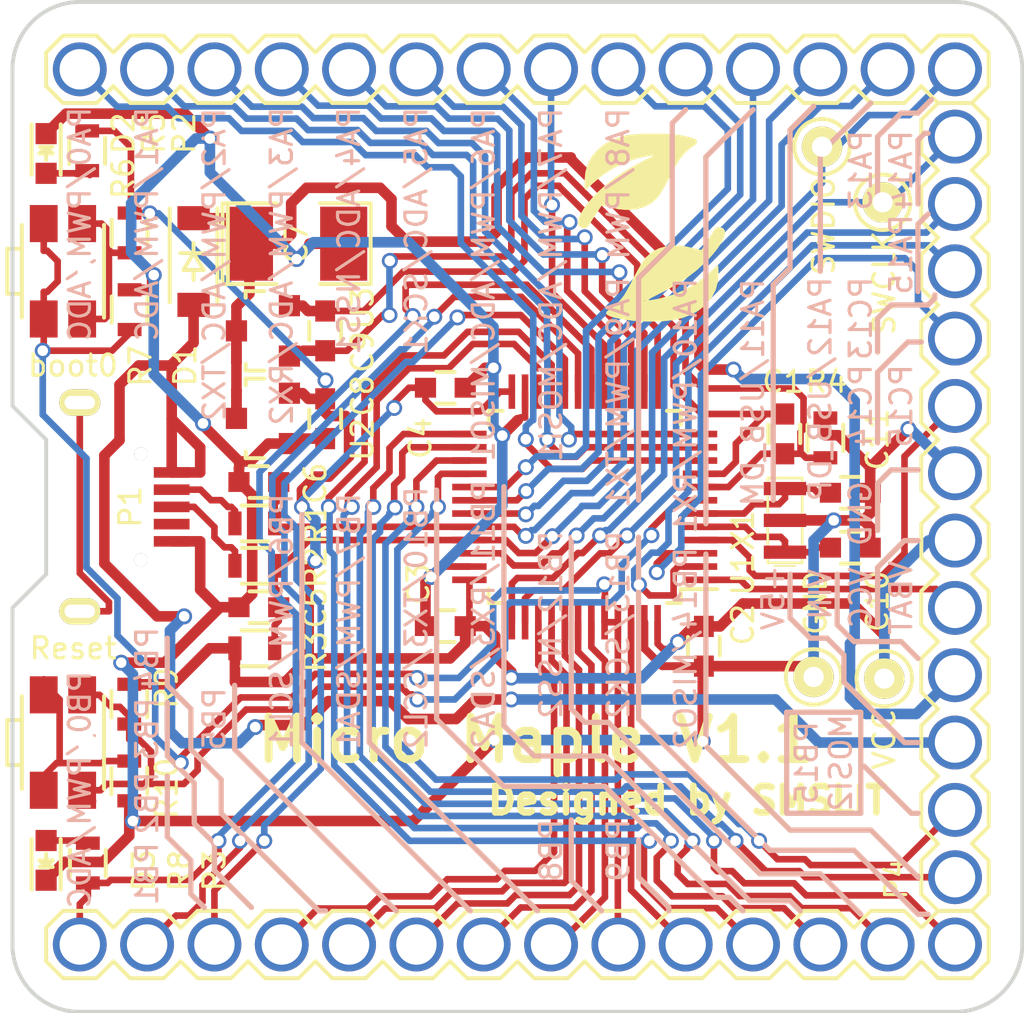
<source format=kicad_pcb>
(kicad_pcb (version 20171130) (host pcbnew "(5.1.12)-1")
  (layers (0 F.Cu signal) (31 B.Cu signal) (34 B.Paste user hide) (35 F.Paste user hide) (36 B.SilkS user hide) (37 F.SilkS user hide) (38 B.Mask user hide) (39 F.Mask user hide) (44 Edge.Cuts user))
  (net 0 "")
  (net 1 GNDA)
  (net 2 VDDA)
  (net 3 VCC)
  (net 4 GND)
  (net 5 /PA12)
  (net 6 /PA11)
  (net 7 +BATT)
  (net 8 /OSC_IN)
  (net 9 /OSC_OUT)
  (net 10 +5V)
  (net 11 "Net-(D2-Pad2)")
  (net 12 "Net-(D3-Pad2)")
  (net 13 "Net-(P1-Pad2)")
  (net 14 "Net-(P1-Pad3)")
  (net 15 "Net-(P1-Pad4)")
  (net 16 "Net-(P1-Pad6)")
  (net 17 /PA13)
  (net 18 /PA6)
  (net 19 /PA7)
  (net 20 /PA8)
  (net 21 /PA10)
  (net 22 /PA9)
  (net 23 /PA3)
  (net 24 /PA4)
  (net 25 /PA5)
  (net 26 /PA2)
  (net 27 /PA1)
  (net 28 /PA0)
  (net 29 /PB12)
  (net 30 /PB13)
  (net 31 /PB6)
  (net 32 /PB7)
  (net 33 /PB8)
  (net 34 /PB11)
  (net 35 /PB10)
  (net 36 /PB9)
  (net 37 /PB3)
  (net 38 /PB4)
  (net 39 /PB5)
  (net 40 /PB2)
  (net 41 /PB1)
  (net 42 /PB0)
  (net 43 /PB14)
  (net 44 /PB15)
  (net 45 /RST)
  (net 46 /PC14)
  (net 47 /PC15)
  (net 48 /VBAT)
  (net 49 /PC13)
  (net 50 /PA15)
  (net 51 /PA14)
  (net 52 "Net-(R6-Pad2)")
  (net 53 "Net-(R10-Pad1)")
  (module Housings_QFP:LQFP-48_7x7mm_Pitch0.5mm (layer F.Cu) (at 151.13 110.49 180)
    (fp_text reference U1 (at -5.969 -2.54 270) (layer F.SilkS) (effects (font (size 0.8 0.8) (thickness 0.12))))
    (fp_text value STM32F103C8T6)
    (pad 1 smd rect (at -4.35 -2.75 180) (size 1.3 0.25) (layers F.Cu F.Paste F.Mask) (net 48 /VBAT))
    (pad 2 smd rect (at -4.35 -2.25 180) (size 1.3 0.25) (layers F.Cu F.Paste F.Mask) (net 49 /PC13))
    (pad 3 smd rect (at -4.35 -1.75 180) (size 1.3 0.25) (layers F.Cu F.Paste F.Mask) (net 46 /PC14))
    (pad 4 smd rect (at -4.35 -1.25 180) (size 1.3 0.25) (layers F.Cu F.Paste F.Mask) (net 47 /PC15))
    (pad 5 smd rect (at -4.35 -0.75 180) (size 1.3 0.25) (layers F.Cu F.Paste F.Mask) (net 8 /OSC_IN))
    (pad 6 smd rect (at -4.35 -0.25 180) (size 1.3 0.25) (layers F.Cu F.Paste F.Mask) (net 9 /OSC_OUT))
    (pad 7 smd rect (at -4.35 0.25 180) (size 1.3 0.25) (layers F.Cu F.Paste F.Mask) (net 45 /RST))
    (pad 8 smd rect (at -4.35 0.75 180) (size 1.3 0.25) (layers F.Cu F.Paste F.Mask) (net 1 GNDA))
    (pad 9 smd rect (at -4.35 1.25 180) (size 1.3 0.25) (layers F.Cu F.Paste F.Mask) (net 2 VDDA))
    (pad 10 smd rect (at -4.35 1.75 180) (size 1.3 0.25) (layers F.Cu F.Paste F.Mask) (net 28 /PA0))
    (pad 11 smd rect (at -4.35 2.25 180) (size 1.3 0.25) (layers F.Cu F.Paste F.Mask) (net 27 /PA1))
    (pad 12 smd rect (at -4.35 2.75 180) (size 1.3 0.25) (layers F.Cu F.Paste F.Mask) (net 26 /PA2))
    (pad 13 smd rect (at -2.75 4.35 270) (size 1.3 0.25) (layers F.Cu F.Paste F.Mask) (net 23 /PA3))
    (pad 14 smd rect (at -2.25 4.35 270) (size 1.3 0.25) (layers F.Cu F.Paste F.Mask) (net 24 /PA4))
    (pad 15 smd rect (at -1.75 4.35 270) (size 1.3 0.25) (layers F.Cu F.Paste F.Mask) (net 25 /PA5))
    (pad 16 smd rect (at -1.25 4.35 270) (size 1.3 0.25) (layers F.Cu F.Paste F.Mask) (net 18 /PA6))
    (pad 17 smd rect (at -0.75 4.35 270) (size 1.3 0.25) (layers F.Cu F.Paste F.Mask) (net 19 /PA7))
    (pad 18 smd rect (at -0.25 4.35 270) (size 1.3 0.25) (layers F.Cu F.Paste F.Mask) (net 42 /PB0))
    (pad 19 smd rect (at 0.25 4.35 270) (size 1.3 0.25) (layers F.Cu F.Paste F.Mask) (net 41 /PB1))
    (pad 20 smd rect (at 0.75 4.35 270) (size 1.3 0.25) (layers F.Cu F.Paste F.Mask) (net 40 /PB2))
    (pad 21 smd rect (at 1.25 4.35 270) (size 1.3 0.25) (layers F.Cu F.Paste F.Mask) (net 35 /PB10))
    (pad 22 smd rect (at 1.75 4.35 270) (size 1.3 0.25) (layers F.Cu F.Paste F.Mask) (net 34 /PB11))
    (pad 23 smd rect (at 2.25 4.35 270) (size 1.3 0.25) (layers F.Cu F.Paste F.Mask) (net 4 GND))
    (pad 24 smd rect (at 2.75 4.35 270) (size 1.3 0.25) (layers F.Cu F.Paste F.Mask) (net 3 VCC))
    (pad 25 smd rect (at 4.35 2.75 180) (size 1.3 0.25) (layers F.Cu F.Paste F.Mask) (net 29 /PB12))
    (pad 26 smd rect (at 4.35 2.25 180) (size 1.3 0.25) (layers F.Cu F.Paste F.Mask) (net 30 /PB13))
    (pad 27 smd rect (at 4.35 1.75 180) (size 1.3 0.25) (layers F.Cu F.Paste F.Mask) (net 43 /PB14))
    (pad 28 smd rect (at 4.35 1.25 180) (size 1.3 0.25) (layers F.Cu F.Paste F.Mask) (net 44 /PB15))
    (pad 29 smd rect (at 4.35 0.75 180) (size 1.3 0.25) (layers F.Cu F.Paste F.Mask) (net 20 /PA8))
    (pad 30 smd rect (at 4.35 0.25 180) (size 1.3 0.25) (layers F.Cu F.Paste F.Mask) (net 22 /PA9))
    (pad 31 smd rect (at 4.35 -0.25 180) (size 1.3 0.25) (layers F.Cu F.Paste F.Mask) (net 21 /PA10))
    (pad 32 smd rect (at 4.35 -0.75 180) (size 1.3 0.25) (layers F.Cu F.Paste F.Mask) (net 6 /PA11))
    (pad 33 smd rect (at 4.35 -1.25 180) (size 1.3 0.25) (layers F.Cu F.Paste F.Mask) (net 5 /PA12))
    (pad 34 smd rect (at 4.35 -1.75 180) (size 1.3 0.25) (layers F.Cu F.Paste F.Mask) (net 17 /PA13))
    (pad 35 smd rect (at 4.35 -2.25 180) (size 1.3 0.25) (layers F.Cu F.Paste F.Mask) (net 4 GND))
    (pad 36 smd rect (at 4.35 -2.75 180) (size 1.3 0.25) (layers F.Cu F.Paste F.Mask) (net 3 VCC))
    (pad 37 smd rect (at 2.75 -4.35 270) (size 1.3 0.25) (layers F.Cu F.Paste F.Mask) (net 51 /PA14))
    (pad 38 smd rect (at 2.25 -4.35 270) (size 1.3 0.25) (layers F.Cu F.Paste F.Mask) (net 50 /PA15))
    (pad 39 smd rect (at 1.75 -4.35 270) (size 1.3 0.25) (layers F.Cu F.Paste F.Mask) (net 37 /PB3))
    (pad 40 smd rect (at 1.25 -4.35 270) (size 1.3 0.25) (layers F.Cu F.Paste F.Mask) (net 38 /PB4))
    (pad 41 smd rect (at 0.75 -4.35 270) (size 1.3 0.25) (layers F.Cu F.Paste F.Mask) (net 39 /PB5))
    (pad 42 smd rect (at 0.25 -4.35 270) (size 1.3 0.25) (layers F.Cu F.Paste F.Mask) (net 31 /PB6))
    (pad 43 smd rect (at -0.25 -4.35 270) (size 1.3 0.25) (layers F.Cu F.Paste F.Mask) (net 32 /PB7))
    (pad 44 smd rect (at -0.75 -4.35 270) (size 1.3 0.25) (layers F.Cu F.Paste F.Mask) (net 33 /PB8))
    (pad 45 smd rect (at -1.25 -4.35 270) (size 1.3 0.25) (layers F.Cu F.Paste F.Mask) (net 33 /PB8))
    (pad 46 smd rect (at -1.75 -4.35 270) (size 1.3 0.25) (layers F.Cu F.Paste F.Mask) (net 36 /PB9))
    (pad 47 smd rect (at -2.25 -4.35 270) (size 1.3 0.25) (layers F.Cu F.Paste F.Mask) (net 4 GND))
    (pad 48 smd rect (at -2.75 -4.35 270) (size 1.3 0.25) (layers F.Cu F.Paste F.Mask) (net 3 VCC))
  )
  (module myFootprints:Debug_Pin_1 (layer F.Cu) (at 162.433 116.967)
    (fp_text reference P7 hide)
    (fp_text value CONN_01X01)
    (pad 1 thru_hole circle (at 0 0) (size 1.524 1.524) (drill 0.762) (layers *.Cu *.Mask F.SilkS) (net 3 VCC))
  )
  (module myFootprints:USB_Micro-B-MK5 (layer F.Cu) (at 133.985 110.49 270)
    (fp_text reference P1 (at 0 0 270) (layer F.SilkS) (effects (font (size 0.8 0.8) (thickness 0.12))))
    (fp_text value USB_OTG)
    (pad 1 smd rect (at -1.3009 -1.56254) (size 1.35 0.4) (layers F.Cu F.Paste F.Mask) (net 10 +5V))
    (pad 2 smd rect (at -0.6509 -1.56254) (size 1.35 0.4) (layers F.Cu F.Paste F.Mask) (net 13 "Net-(P1-Pad2)"))
    (pad 3 smd rect (at -0.0009 -1.56254) (size 1.35 0.4) (layers F.Cu F.Paste F.Mask) (net 14 "Net-(P1-Pad3)"))
    (pad 4 smd rect (at 0.6491 -1.56254) (size 1.35 0.4) (layers F.Cu F.Paste F.Mask) (net 15 "Net-(P1-Pad4)"))
    (pad 5 smd rect (at 1.2991 -1.56254) (size 1.35 0.4) (layers F.Cu F.Paste F.Mask) (net 4 GND))
    (pad 6 thru_hole oval (at -3.937 1.905) (size 1.55 1) (drill oval 1.15 0.5) (layers *.Cu *.Mask F.SilkS) (net 16 "Net-(P1-Pad6)"))
    (pad 6 thru_hole oval (at 3.937 1.905) (size 1.55 1) (drill oval 1.15 0.5) (layers *.Cu *.Mask F.SilkS) (net 16 "Net-(P1-Pad6)"))
    (pad "" thru_hole circle (at 2 -0.4 270) (size 0.5 0.5) (drill 0.5) (layers *.Cu *.Mask F.SilkS))
    (pad "" thru_hole circle (at -2 -0.4 270) (size 0.5 0.5) (drill 0.5) (layers *.Cu *.Mask F.SilkS))
  )
  (module Capacitors_SMD:C_0603 (layer F.Cu) (at 158.661 107.734 90)
    (fp_text reference C1 (at 1.9685 -0.0508) (layer F.SilkS) (effects (font (size 0.8 0.8) (thickness 0.12))))
    (fp_text value 1uF)
    (pad 1 smd rect (at -0.75 0 90) (size 0.8 0.75) (layers F.Cu F.Paste F.Mask) (net 1 GNDA))
    (pad 2 smd rect (at 0.75 0 90) (size 0.8 0.75) (layers F.Cu F.Paste F.Mask) (net 2 VDDA))
  )
  (module Capacitors_SMD:C_0603 (layer F.Cu) (at 155.626 115.748 270)
    (fp_text reference C2 (at -0.8128 -1.4732 270) (layer F.SilkS) (effects (font (size 0.8 0.8) (thickness 0.12))))
    (fp_text value 1uF)
    (pad 1 smd rect (at -0.75 0 270) (size 0.8 0.75) (layers F.Cu F.Paste F.Mask) (net 3 VCC))
    (pad 2 smd rect (at 0.75 0 270) (size 0.8 0.75) (layers F.Cu F.Paste F.Mask) (net 4 GND))
  )
  (module Capacitors_SMD:C_0603 (layer F.Cu) (at 145.872 114.986 180)
    (fp_text reference C3 (at 1.016 1.5875 270) (layer F.SilkS) (effects (font (size 0.8 0.8) (thickness 0.12))))
    (fp_text value 1uF)
    (pad 1 smd rect (at -0.75 0 180) (size 0.8 0.75) (layers F.Cu F.Paste F.Mask) (net 3 VCC))
    (pad 2 smd rect (at 0.75 0 180) (size 0.8 0.75) (layers F.Cu F.Paste F.Mask) (net 4 GND))
  )
  (module Capacitors_SMD:C_0603 (layer F.Cu) (at 145.872 105.994)
    (fp_text reference C4 (at -0.9398 1.905 90) (layer F.SilkS) (effects (font (size 0.8 0.8) (thickness 0.12))))
    (fp_text value 1uF)
    (pad 1 smd rect (at -0.75 0) (size 0.8 0.75) (layers F.Cu F.Paste F.Mask) (net 3 VCC))
    (pad 2 smd rect (at 0.75 0) (size 0.8 0.75) (layers F.Cu F.Paste F.Mask) (net 4 GND))
  )
  (module Capacitors_SMD:C_0603 (layer F.Cu) (at 138.836 114.275 180)
    (fp_text reference C5 (at -2.1336 -0.0254 270) (layer F.SilkS) (effects (font (size 0.8 0.8) (thickness 0.12))))
    (fp_text value 47pF)
    (pad 1 smd rect (at -0.75 0 180) (size 0.8 0.75) (layers F.Cu F.Paste F.Mask) (net 5 /PA12))
    (pad 2 smd rect (at 0.75 0 180) (size 0.8 0.75) (layers F.Cu F.Paste F.Mask) (net 4 GND))
  )
  (module Capacitors_SMD:C_0603 (layer F.Cu) (at 138.836 109.55 180)
    (fp_text reference C6 (at -2.1336 -0.0508 270) (layer F.SilkS) (effects (font (size 0.8 0.8) (thickness 0.12))))
    (fp_text value 47pF)
    (pad 1 smd rect (at -0.75 0 180) (size 0.8 0.75) (layers F.Cu F.Paste F.Mask) (net 6 /PA11))
    (pad 2 smd rect (at 0.75 0 180) (size 0.8 0.75) (layers F.Cu F.Paste F.Mask) (net 4 GND))
  )
  (module SMD_Packages:SMD-1210_Pol (layer F.Cu) (at 140.259 100.559)
    (fp_text reference C7 (at 0 -0.0254 270) (layer F.SilkS) (effects (font (size 0.8 0.8) (thickness 0.12))))
    (fp_text value 100uF)
    (pad 1 smd rect (at -1.778 0) (size 1.778 2.794) (layers F.Cu F.Paste F.Mask) (net 7 +BATT))
    (pad 2 smd rect (at 1.778 0) (size 1.778 2.794) (layers F.Cu F.Paste F.Mask) (net 4 GND))
  )
  (module Capacitors_SMD:C_0603 (layer F.Cu) (at 141.338 107.163 270)
    (fp_text reference C8 (at -0.8636 -1.4097 90) (layer F.SilkS) (effects (font (size 0.8 0.8) (thickness 0.12))))
    (fp_text value 10uF)
    (pad 1 smd rect (at -0.75 0 270) (size 0.8 0.75) (layers F.Cu F.Paste F.Mask) (net 3 VCC))
    (pad 2 smd rect (at 0.75 0 270) (size 0.8 0.75) (layers F.Cu F.Paste F.Mask) (net 4 GND))
  )
  (module Capacitors_SMD:C_0603 (layer F.Cu) (at 141.338 103.848 270)
    (fp_text reference C9 (at 0.8001 -1.4097 90) (layer F.SilkS) (effects (font (size 0.8 0.8) (thickness 0.12))))
    (fp_text value 10uF)
    (pad 1 smd rect (at -0.75 0 270) (size 0.8 0.75) (layers F.Cu F.Paste F.Mask) (net 2 VDDA))
    (pad 2 smd rect (at 0.75 0 270) (size 0.8 0.75) (layers F.Cu F.Paste F.Mask) (net 1 GNDA))
  )
  (module Capacitors_SMD:C_0603 (layer F.Cu) (at 161.15 112.027 180)
    (fp_text reference C10 (at -1.0287 -2.0193 90) (layer F.SilkS) (effects (font (size 0.8 0.8) (thickness 0.12))))
    (fp_text value 18pF)
    (pad 1 smd rect (at -0.75 0 180) (size 0.8 0.75) (layers F.Cu F.Paste F.Mask) (net 4 GND))
    (pad 2 smd rect (at 0.75 0 180) (size 0.8 0.75) (layers F.Cu F.Paste F.Mask) (net 8 /OSC_IN))
  )
  (module Capacitors_SMD:C_0603 (layer F.Cu) (at 161.15 109.957 180)
    (fp_text reference C11 (at -1.0287 2.0066 90) (layer F.SilkS) (effects (font (size 0.8 0.8) (thickness 0.12))))
    (fp_text value 18pF)
    (pad 1 smd rect (at -0.75 0 180) (size 0.8 0.75) (layers F.Cu F.Paste F.Mask) (net 4 GND))
    (pad 2 smd rect (at 0.75 0 180) (size 0.8 0.75) (layers F.Cu F.Paste F.Mask) (net 9 /OSC_OUT))
  )
  (module Diodes_SMD:SOD-123 (layer F.Cu) (at 136.373 101.232 270)
    (fp_text reference D1 (at 3.9243 0.3175 270) (layer F.SilkS) (effects (font (size 0.8 0.8) (thickness 0.12))))
    (fp_text value D_Small)
    (pad 1 smd rect (at -1.635 0 270) (size 0.91 1.22) (layers F.Cu F.Paste F.Mask) (net 7 +BATT))
    (pad 2 smd rect (at 1.635 0 270) (size 0.91 1.22) (layers F.Cu F.Paste F.Mask) (net 10 +5V))
  )
  (module LEDs:LED_0603 (layer F.Cu) (at 130.81 97.155 270)
    (fp_text reference D2 (at -0.762 -2.921 90) (layer F.SilkS) (effects (font (size 0.8 0.8) (thickness 0.12))))
    (fp_text value PWR)
    (pad 2 smd rect (at 0.7493 0 90) (size 0.79756 0.79756) (layers F.Cu F.Paste F.Mask) (net 11 "Net-(D2-Pad2)"))
    (pad 1 smd rect (at -0.7493 0 90) (size 0.79756 0.79756) (layers F.Cu F.Paste F.Mask) (net 4 GND))
  )
  (module LEDs:LED_0603 (layer F.Cu) (at 130.81 123.825 90)
    (fp_text reference D3 (at -0.381 3.683 90) (layer F.SilkS) (effects (font (size 0.8 0.8) (thickness 0.12))))
    (fp_text value GREEN)
    (pad 2 smd rect (at 0.7493 0 270) (size 0.79756 0.79756) (layers F.Cu F.Paste F.Mask) (net 12 "Net-(D3-Pad2)"))
    (pad 1 smd rect (at -0.7493 0 270) (size 0.79756 0.79756) (layers F.Cu F.Paste F.Mask) (net 4 GND))
  )
  (module myFootprints:Connector_FAD_14x1 (layer F.Cu) (at 148.59 93.98)
    (fp_text reference P2 (at -12.573 2.413 270) (layer F.SilkS) (effects (font (size 0.8 0.8) (thickness 0.12))))
    (fp_text value CONN_01X14)
    (pad 13 thru_hole circle (at 13.97 0) (size 2.032 2.032) (drill 1.524) (layers *.Cu *.Mask) (net 5 /PA12))
    (pad 14 thru_hole circle (at 16.51 0) (size 2.032 2.032) (drill 1.524) (layers *.Cu *.Mask) (net 17 /PA13))
    (pad 7 thru_hole circle (at -1.27 0) (size 2.032 2.032) (drill 1.524) (layers *.Cu *.Mask) (net 18 /PA6))
    (pad 8 thru_hole circle (at 1.27 0) (size 2.032 2.032) (drill 1.524) (layers *.Cu *.Mask) (net 19 /PA7))
    (pad 9 thru_hole circle (at 3.81 0) (size 2.032 2.032) (drill 1.524) (layers *.Cu *.Mask) (net 20 /PA8))
    (pad 12 thru_hole circle (at 11.43 0) (size 2.032 2.032) (drill 1.524) (layers *.Cu *.Mask) (net 6 /PA11))
    (pad 11 thru_hole circle (at 8.89 0) (size 2.032 2.032) (drill 1.524) (layers *.Cu *.Mask) (net 21 /PA10))
    (pad 10 thru_hole circle (at 6.35 0) (size 2.032 2.032) (drill 1.524) (layers *.Cu *.Mask) (net 22 /PA9))
    (pad 4 thru_hole circle (at -8.89 0) (size 2.032 2.032) (drill 1.524) (layers *.Cu *.Mask) (net 23 /PA3))
    (pad 5 thru_hole circle (at -6.35 0) (size 2.032 2.032) (drill 1.524) (layers *.Cu *.Mask) (net 24 /PA4))
    (pad 6 thru_hole circle (at -3.81 0) (size 2.032 2.032) (drill 1.524) (layers *.Cu *.Mask) (net 25 /PA5))
    (pad 3 thru_hole circle (at -11.43 0) (size 2.032 2.032) (drill 1.524) (layers *.Cu *.Mask) (net 26 /PA2))
    (pad 2 thru_hole circle (at -13.97 0) (size 2.032 2.032) (drill 1.524) (layers *.Cu *.Mask) (net 27 /PA1))
    (pad 1 thru_hole circle (at -16.51 0) (size 2.032 2.032) (drill 1.524) (layers *.Cu *.Mask) (net 28 /PA0))
  )
  (module myFootprints:Connector_FAD_14x1 (layer F.Cu) (at 148.59 127)
    (fp_text reference P3 (at -11.43 -2.794 90) (layer F.SilkS) (effects (font (size 0.8 0.8) (thickness 0.12))))
    (fp_text value CONN_01X14)
    (pad 13 thru_hole circle (at 13.97 0) (size 2.032 2.032) (drill 1.524) (layers *.Cu *.Mask) (net 29 /PB12))
    (pad 14 thru_hole circle (at 16.51 0) (size 2.032 2.032) (drill 1.524) (layers *.Cu *.Mask) (net 30 /PB13))
    (pad 7 thru_hole circle (at -1.27 0) (size 2.032 2.032) (drill 1.524) (layers *.Cu *.Mask) (net 31 /PB6))
    (pad 8 thru_hole circle (at 1.27 0) (size 2.032 2.032) (drill 1.524) (layers *.Cu *.Mask) (net 32 /PB7))
    (pad 9 thru_hole circle (at 3.81 0) (size 2.032 2.032) (drill 1.524) (layers *.Cu *.Mask) (net 33 /PB8))
    (pad 12 thru_hole circle (at 11.43 0) (size 2.032 2.032) (drill 1.524) (layers *.Cu *.Mask) (net 34 /PB11))
    (pad 11 thru_hole circle (at 8.89 0) (size 2.032 2.032) (drill 1.524) (layers *.Cu *.Mask) (net 35 /PB10))
    (pad 10 thru_hole circle (at 6.35 0) (size 2.032 2.032) (drill 1.524) (layers *.Cu *.Mask) (net 36 /PB9))
    (pad 4 thru_hole circle (at -8.89 0) (size 2.032 2.032) (drill 1.524) (layers *.Cu *.Mask) (net 37 /PB3))
    (pad 5 thru_hole circle (at -6.35 0) (size 2.032 2.032) (drill 1.524) (layers *.Cu *.Mask) (net 38 /PB4))
    (pad 6 thru_hole circle (at -3.81 0) (size 2.032 2.032) (drill 1.524) (layers *.Cu *.Mask) (net 39 /PB5))
    (pad 3 thru_hole circle (at -11.43 0) (size 2.032 2.032) (drill 1.524) (layers *.Cu *.Mask) (net 40 /PB2))
    (pad 2 thru_hole circle (at -13.97 0) (size 2.032 2.032) (drill 1.524) (layers *.Cu *.Mask) (net 41 /PB1))
    (pad 1 thru_hole circle (at -16.51 0) (size 2.032 2.032) (drill 1.524) (layers *.Cu *.Mask) (net 42 /PB0))
  )
  (module myFootprints:Connector_FAD_12x1 (layer F.Cu) (at 165.1 110.49 270)
    (fp_text reference P4 (at 14.0335 2.2225 270) (layer F.SilkS) (effects (font (size 0.8 0.8) (thickness 0.12))))
    (fp_text value CONN_01X12)
    (pad 7 thru_hole circle (at 1.27 0 270) (size 2.032 2.032) (drill 1.524) (layers *.Cu *.Mask) (net 3 VCC))
    (pad 8 thru_hole circle (at 3.81 0 270) (size 2.032 2.032) (drill 1.524) (layers *.Cu *.Mask) (net 48 /VBAT))
    (pad 9 thru_hole circle (at 6.35 0 270) (size 2.032 2.032) (drill 1.524) (layers *.Cu *.Mask) (net 7 +BATT))
    (pad 12 thru_hole circle (at 13.97 0 270) (size 2.032 2.032) (drill 1.524) (layers *.Cu *.Mask) (net 43 /PB14))
    (pad 11 thru_hole circle (at 11.43 0 270) (size 2.032 2.032) (drill 1.524) (layers *.Cu *.Mask) (net 44 /PB15))
    (pad 10 thru_hole circle (at 8.89 0 270) (size 2.032 2.032) (drill 1.524) (layers *.Cu *.Mask) (net 10 +5V))
    (pad 4 thru_hole circle (at -6.35 0 270) (size 2.032 2.032) (drill 1.524) (layers *.Cu *.Mask) (net 46 /PC14))
    (pad 5 thru_hole circle (at -3.81 0 270) (size 2.032 2.032) (drill 1.524) (layers *.Cu *.Mask) (net 47 /PC15))
    (pad 6 thru_hole circle (at -1.27 0 270) (size 2.032 2.032) (drill 1.524) (layers *.Cu *.Mask) (net 4 GND))
    (pad 3 thru_hole circle (at -8.89 0 270) (size 2.032 2.032) (drill 1.524) (layers *.Cu *.Mask) (net 49 /PC13))
    (pad 2 thru_hole circle (at -11.43 0 270) (size 2.032 2.032) (drill 1.524) (layers *.Cu *.Mask) (net 50 /PA15))
    (pad 1 thru_hole circle (at -13.97 0 270) (size 2.032 2.032) (drill 1.524) (layers *.Cu *.Mask) (net 51 /PA14))
  )
  (module Resistors_SMD:R_0603 (layer F.Cu) (at 138.684 111.112 180)
    (fp_text reference R1 (at -2.286 -0.0127 90) (layer F.SilkS) (effects (font (size 0.8 0.8) (thickness 0.12))))
    (fp_text value 22)
    (pad 1 smd rect (at -0.75 0 180) (size 0.5 0.9) (layers F.Cu F.Paste F.Mask) (net 6 /PA11))
    (pad 2 smd rect (at 0.75 0 180) (size 0.5 0.9) (layers F.Cu F.Paste F.Mask) (net 13 "Net-(P1-Pad2)"))
  )
  (module Resistors_SMD:R_0603 (layer F.Cu) (at 138.684 112.712 180)
    (fp_text reference R2 (at -2.286 -0.0635 90) (layer F.SilkS) (effects (font (size 0.8 0.8) (thickness 0.12))))
    (fp_text value 22)
    (pad 1 smd rect (at -0.75 0 180) (size 0.5 0.9) (layers F.Cu F.Paste F.Mask) (net 5 /PA12))
    (pad 2 smd rect (at 0.75 0 180) (size 0.5 0.9) (layers F.Cu F.Paste F.Mask) (net 14 "Net-(P1-Pad3)"))
  )
  (module Resistors_SMD:R_0603 (layer F.Cu) (at 138.684 115.824 180)
    (fp_text reference R3 (at -2.286 -0.127 270) (layer F.SilkS) (effects (font (size 0.8 0.8) (thickness 0.12))))
    (fp_text value 1.5K)
    (pad 1 smd rect (at -0.75 0 180) (size 0.5 0.9) (layers F.Cu F.Paste F.Mask) (net 5 /PA12))
    (pad 2 smd rect (at 0.75 0 180) (size 0.5 0.9) (layers F.Cu F.Paste F.Mask) (net 3 VCC))
  )
  (module Resistors_SMD:R_0603 (layer F.Cu) (at 160.21 107.886 270)
    (fp_text reference R4 (at -2.1209 -0.0381 180) (layer F.SilkS) (effects (font (size 0.8 0.8) (thickness 0.12))))
    (fp_text value 0)
    (pad 1 smd rect (at -0.75 0 270) (size 0.5 0.9) (layers F.Cu F.Paste F.Mask) (net 4 GND))
    (pad 2 smd rect (at 0.75 0 270) (size 0.5 0.9) (layers F.Cu F.Paste F.Mask) (net 1 GNDA))
  )
  (module Resistors_SMD:R_0603 (layer F.Cu) (at 132.359 97.0534 90)
    (fp_text reference R5 (at 0.6604 2.5146 270) (layer F.SilkS) (effects (font (size 0.8 0.8) (thickness 0.12))))
    (fp_text value 1K)
    (pad 1 smd rect (at -0.75 0 90) (size 0.5 0.9) (layers F.Cu F.Paste F.Mask) (net 11 "Net-(D2-Pad2)"))
    (pad 2 smd rect (at 0.75 0 90) (size 0.5 0.9) (layers F.Cu F.Paste F.Mask) (net 3 VCC))
  )
  (module Resistors_SMD:R_0603 (layer F.Cu) (at 133.96 100.152 270)
    (fp_text reference R6 (at -2.0574 0.2413 90) (layer F.SilkS) (effects (font (size 0.8 0.8) (thickness 0.12))))
    (fp_text value 1K)
    (pad 1 smd rect (at -0.75 0 270) (size 0.5 0.9) (layers F.Cu F.Paste F.Mask) (net 3 VCC))
    (pad 2 smd rect (at 0.75 0 270) (size 0.5 0.9) (layers F.Cu F.Paste F.Mask) (net 52 "Net-(R6-Pad2)"))
  )
  (module Resistors_SMD:R_0603 (layer F.Cu) (at 133.96 103.048 270)
    (fp_text reference R7 (at 2.1209 -0.4064 90) (layer F.SilkS) (effects (font (size 0.8 0.8) (thickness 0.12))))
    (fp_text value 10K)
    (pad 1 smd rect (at -0.75 0 270) (size 0.5 0.9) (layers F.Cu F.Paste F.Mask) (net 4 GND))
    (pad 2 smd rect (at 0.75 0 270) (size 0.5 0.9) (layers F.Cu F.Paste F.Mask) (net 33 /PB8))
  )
  (module Resistors_SMD:R_0603 (layer F.Cu) (at 132.385 123.927 270)
    (fp_text reference R8 (at 0.2794 -3.4798 90) (layer F.SilkS) (effects (font (size 0.8 0.8) (thickness 0.12))))
    (fp_text value 1K)
    (pad 1 smd rect (at -0.75 0 270) (size 0.5 0.9) (layers F.Cu F.Paste F.Mask) (net 12 "Net-(D3-Pad2)"))
    (pad 2 smd rect (at 0.75 0 270) (size 0.5 0.9) (layers F.Cu F.Paste F.Mask) (net 42 /PB0))
  )
  (module Resistors_SMD:R_0603 (layer F.Cu) (at 133.947 117.932 90)
    (fp_text reference R9 (at 0.6096 1.4097 90) (layer F.SilkS) (effects (font (size 0.8 0.8) (thickness 0.12))))
    (fp_text value 10K)
    (pad 1 smd rect (at -0.75 0 90) (size 0.5 0.9) (layers F.Cu F.Paste F.Mask) (net 45 /RST))
    (pad 2 smd rect (at 0.75 0 90) (size 0.5 0.9) (layers F.Cu F.Paste F.Mask) (net 3 VCC))
  )
  (module Resistors_SMD:R_0603 (layer F.Cu) (at 133.947 120.828 270)
    (fp_text reference R10 (at 0.2794 -1.4097 90) (layer F.SilkS) (effects (font (size 0.8 0.8) (thickness 0.12))))
    (fp_text value 1K)
    (pad 1 smd rect (at -0.75 0 270) (size 0.5 0.9) (layers F.Cu F.Paste F.Mask) (net 53 "Net-(R10-Pad1)"))
    (pad 2 smd rect (at 0.75 0 270) (size 0.5 0.9) (layers F.Cu F.Paste F.Mask) (net 4 GND))
  )
  (module Buttons_Switches_SMD:SW_SPST_EVQP7C (layer F.Cu) (at 131.445 101.6 270)
    (fp_text reference SW1 hide)
    (fp_text value USR_BUT)
    (pad 1 smd rect (at 1.8 -0.725 270) (size 1.4 1.05) (layers F.Cu F.Paste F.Mask) (net 52 "Net-(R6-Pad2)"))
    (pad 1 smd rect (at -1.8 -0.725 270) (size 1.4 1.05) (layers F.Cu F.Paste F.Mask) (net 52 "Net-(R6-Pad2)"))
    (pad 2 smd rect (at 1.8 0.725 270) (size 1.4 1.05) (layers F.Cu F.Paste F.Mask) (net 33 /PB8))
    (pad 2 smd rect (at -1.8 0.725 270) (size 1.4 1.05) (layers F.Cu F.Paste F.Mask) (net 33 /PB8))
    (pad "" np_thru_hole circle (at 0 -0.9 270) (size 0.7 0.7) (drill 0.7) (layers *.Cu *.Mask))
    (pad "" np_thru_hole circle (at 0 0.9 270) (size 0.7 0.7) (drill 0.7) (layers *.Cu *.Mask))
  )
  (module Buttons_Switches_SMD:SW_SPST_EVQP7C (layer F.Cu) (at 131.445 119.38 270)
    (fp_text reference SW2 hide)
    (fp_text value RST_BUTTON)
    (pad 1 smd rect (at 1.8 -0.725 270) (size 1.4 1.05) (layers F.Cu F.Paste F.Mask) (net 45 /RST))
    (pad 1 smd rect (at -1.8 -0.725 270) (size 1.4 1.05) (layers F.Cu F.Paste F.Mask) (net 45 /RST))
    (pad 2 smd rect (at 1.8 0.725 270) (size 1.4 1.05) (layers F.Cu F.Paste F.Mask) (net 53 "Net-(R10-Pad1)"))
    (pad 2 smd rect (at -1.8 0.725 270) (size 1.4 1.05) (layers F.Cu F.Paste F.Mask) (net 53 "Net-(R10-Pad1)"))
    (pad "" np_thru_hole circle (at 0 -0.9 270) (size 0.7 0.7) (drill 0.7) (layers *.Cu *.Mask))
    (pad "" np_thru_hole circle (at 0 0.9 270) (size 0.7 0.7) (drill 0.7) (layers *.Cu *.Mask))
  )
  (module TO_SOT_Packages_SMD:SOT-23 (layer F.Cu) (at 138.989 107.15 90)
    (fp_text reference U2 (at -0.8001 3.7592 90) (layer F.SilkS) (effects (font (size 0.8 0.8) (thickness 0.12))))
    (fp_text value XC6206P332MR)
    (pad 1 smd rect (at -0.95 1.00076 90) (size 0.8001 0.8001) (layers F.Cu F.Paste F.Mask) (net 4 GND))
    (pad 2 smd rect (at 0.95 1.00076 90) (size 0.8001 0.8001) (layers F.Cu F.Paste F.Mask) (net 3 VCC))
    (pad 3 smd rect (at 0 -0.99822 90) (size 0.8001 0.8001) (layers F.Cu F.Paste F.Mask) (net 7 +BATT))
  )
  (module TO_SOT_Packages_SMD:SOT-23 (layer F.Cu) (at 138.989 103.848 90)
    (fp_text reference U3 (at 0.8509 3.7592 90) (layer F.SilkS) (effects (font (size 0.8 0.8) (thickness 0.12))))
    (fp_text value XC6206P332MR)
    (pad 1 smd rect (at -0.95 1.00076 90) (size 0.8001 0.8001) (layers F.Cu F.Paste F.Mask) (net 1 GNDA))
    (pad 2 smd rect (at 0.95 1.00076 90) (size 0.8001 0.8001) (layers F.Cu F.Paste F.Mask) (net 2 VDDA))
    (pad 3 smd rect (at 0 -0.99822 90) (size 0.8001 0.8001) (layers F.Cu F.Paste F.Mask) (net 7 +BATT))
  )
  (module myFootprints:Resonator_3.2x1.5mm (layer F.Cu) (at 158.686 110.998 90)
    (fp_text reference X1 (at -0.381 -1.5875 270) (layer F.SilkS) (effects (font (size 0.8 0.8) (thickness 0.12))))
    (fp_text value 8MHz_OSC)
    (pad 2 smd rect (at 1.2 0 90) (size 0.5 1.6) (layers F.Cu F.Paste F.Mask) (net 9 /OSC_OUT))
    (pad 3 smd rect (at 0 0 90) (size 0.5 1.6) (layers F.Cu F.Paste F.Mask) (net 4 GND))
    (pad 1 smd rect (at -1.2 0 90) (size 0.5 1.6) (layers F.Cu F.Paste F.Mask) (net 8 /OSC_IN))
  )
  (module myFootprints:Debug_Pin_1 (layer F.Cu) (at 160.084 96.901)
    (fp_text reference P5 hide)
    (fp_text value CONN_01X01)
    (pad 1 thru_hole circle (at 0 0) (size 1.524 1.524) (drill 0.762) (layers *.Cu *.Mask F.SilkS) (net 17 /PA13))
  )
  (module myFootprints:Debug_Pin_1 (layer F.Cu) (at 162.37 98.9965)
    (fp_text reference P6 hide)
    (fp_text value CONN_01X01)
    (pad 1 thru_hole circle (at 0 0) (size 1.524 1.524) (drill 0.762) (layers *.Cu *.Mask F.SilkS) (net 51 /PA14))
  )
  (module myFootprints:Debug_Pin_1 (layer F.Cu) (at 159.766 116.904)
    (fp_text reference P8 hide)
    (fp_text value CONN_01X01)
    (pad 1 thru_hole circle (at 0 0) (size 1.524 1.524) (drill 0.762) (layers *.Cu *.Mask F.SilkS) (net 4 GND))
  )
  (module myFootprints:logo (layer F.Cu) (at 153.67 99.9744 180)
    (fp_text reference G*** hide)
    (fp_text value LOGO hide)
  )
  (gr_line (start 158.877 125.349) (end 159.258 125.73) (angle 90) (layer B.SilkS) (width 0.2))
  (gr_line (start 149.352 119.888) (end 151.892 119.888) (angle 90) (layer B.SilkS) (width 0.2))
  (gr_line (start 157.353 125.349) (end 158.877 125.349) (angle 90) (layer B.SilkS) (width 0.2))
  (gr_line (start 151.892 119.888) (end 157.353 125.349) (angle 90) (layer B.SilkS) (width 0.2))
  (gr_line (start 148.59 119.253) (end 149.225 119.888) (angle 90) (layer B.SilkS) (width 0.2))
  (gr_line (start 151.892 121.031) (end 156.083 125.222) (angle 90) (layer B.SilkS) (width 0.2))
  (gr_line (start 148.082 121.031) (end 151.892 121.031) (angle 90) (layer B.SilkS) (width 0.2))
  (gr_line (start 146.812 119.761) (end 148.082 121.031) (angle 90) (layer B.SilkS) (width 0.2))
  (gr_line (start 154.305 125.603) (end 154.305 125.73) (angle 90) (layer B.SilkS) (width 0.2))
  (gr_line (start 153.162 124.46) (end 154.305 125.603) (angle 90) (layer B.SilkS) (width 0.2))
  (gr_line (start 153.162 123.063) (end 153.162 124.46) (angle 90) (layer B.SilkS) (width 0.2))
  (gr_line (start 150.622 124.587) (end 151.765 125.73) (angle 90) (layer B.SilkS) (width 0.2))
  (gr_line (start 150.622 122.301) (end 150.622 124.587) (angle 90) (layer B.SilkS) (width 0.2))
  (gr_line (start 163.449 122.047) (end 163.703 122.047) (angle 90) (layer B.SilkS) (width 0.2))
  (gr_line (start 162.687 121.285) (end 163.449 122.047) (angle 90) (layer B.SilkS) (width 0.2))
  (gr_line (start 161.671 120.269) (end 162.687 121.285) (angle 90) (layer B.SilkS) (width 0.2))
  (gr_line (start 158.75 118.237) (end 158.75 118.872) (angle 90) (layer B.SilkS) (width 0.2))
  (gr_line (start 161.544 118.237) (end 158.75 118.237) (angle 90) (layer B.SilkS) (width 0.2))
  (gr_line (start 161.544 122.047) (end 161.544 118.237) (angle 90) (layer B.SilkS) (width 0.2))
  (gr_line (start 158.75 122.047) (end 161.544 122.047) (angle 90) (layer B.SilkS) (width 0.2))
  (gr_line (start 158.75 118.745) (end 158.75 122.047) (angle 90) (layer B.SilkS) (width 0.2))
  (gr_line (start 163.195 123.952) (end 163.703 124.46) (angle 90) (layer B.SilkS) (width 0.2))
  (gr_line (start 161.925 122.682) (end 163.195 123.952) (angle 90) (layer B.SilkS) (width 0.2))
  (gr_line (start 158.877 122.682) (end 161.925 122.682) (angle 90) (layer B.SilkS) (width 0.2))
  (gr_line (start 155.702 119.507) (end 158.877 122.682) (angle 90) (layer B.SilkS) (width 0.2))
  (gr_line (start 155.702 112.268) (end 155.702 119.507) (angle 90) (layer B.SilkS) (width 0.2))
  (gr_line (start 163.703 125.857) (end 164.084 125.857) (angle 90) (layer B.SilkS) (width 0.2))
  (gr_line (start 161.29 123.444) (end 163.703 125.857) (angle 90) (layer B.SilkS) (width 0.2))
  (gr_line (start 160.782 123.444) (end 161.29 123.444) (angle 90) (layer B.SilkS) (width 0.2))
  (gr_line (start 158.115 123.444) (end 160.782 123.444) (angle 90) (layer B.SilkS) (width 0.2))
  (gr_line (start 153.162 118.491) (end 158.115 123.444) (angle 90) (layer B.SilkS) (width 0.2))
  (gr_line (start 153.162 111.633) (end 153.162 118.491) (angle 90) (layer B.SilkS) (width 0.2))
  (gr_line (start 160.02 124.333) (end 161.544 125.857) (angle 90) (layer B.SilkS) (width 0.2))
  (gr_line (start 157.734 124.333) (end 160.02 124.333) (angle 90) (layer B.SilkS) (width 0.2))
  (gr_line (start 152.019 118.618) (end 157.734 124.333) (angle 90) (layer B.SilkS) (width 0.2))
  (gr_line (start 151.13 118.618) (end 152.019 118.618) (angle 90) (layer B.SilkS) (width 0.2))
  (gr_line (start 150.622 118.11) (end 151.13 118.618) (angle 90) (layer B.SilkS) (width 0.2))
  (gr_line (start 150.622 111.633) (end 150.622 118.11) (angle 90) (layer B.SilkS) (width 0.2))
  (gr_line (start 157.48 125.349) (end 158.369 125.349) (angle 90) (layer B.SilkS) (width 0.2))
  (gr_line (start 148.082 118.745) (end 148.59 119.253) (angle 90) (layer B.SilkS) (width 0.2))
  (gr_line (start 148.082 115.316) (end 148.082 118.745) (angle 90) (layer B.SilkS) (width 0.2))
  (gr_line (start 148.082 109.728) (end 148.082 115.443) (angle 90) (layer B.SilkS) (width 0.2))
  (gr_line (start 156.591 125.222) (end 156.083 125.222) (angle 90) (layer B.SilkS) (width 0.2))
  (gr_line (start 156.591 125.222) (end 157.099 125.73) (angle 90) (layer B.SilkS) (width 0.2))
  (gr_line (start 146.558 119.507) (end 146.939 119.888) (angle 90) (layer B.SilkS) (width 0.2))
  (gr_line (start 145.542 118.491) (end 146.558 119.507) (angle 90) (layer B.SilkS) (width 0.2))
  (gr_line (start 145.542 109.855) (end 145.542 118.491) (angle 90) (layer B.SilkS) (width 0.2))
  (gr_line (start 143.002 119.38) (end 149.352 125.73) (angle 90) (layer B.SilkS) (width 0.2))
  (gr_line (start 143.002 110.363) (end 143.002 119.38) (angle 90) (layer B.SilkS) (width 0.2))
  (gr_line (start 140.462 119.38) (end 146.812 125.73) (angle 90) (layer B.SilkS) (width 0.2))
  (gr_line (start 140.462 110.363) (end 140.462 119.38) (angle 90) (layer B.SilkS) (width 0.2))
  (gr_line (start 137.922 119.634) (end 144.018 125.73) (angle 90) (layer B.SilkS) (width 0.2))
  (gr_line (start 137.922 118.999) (end 137.922 119.634) (angle 90) (layer B.SilkS) (width 0.2))
  (gr_line (start 137.922 117.221) (end 137.922 118.999) (angle 90) (layer B.SilkS) (width 0.2))
  (gr_line (start 141.097 125.73) (end 141.351 125.73) (angle 90) (layer B.SilkS) (width 0.2))
  (gr_line (start 138.176 122.809) (end 141.097 125.73) (angle 90) (layer B.SilkS) (width 0.2))
  (gr_line (start 137.414 122.047) (end 138.176 122.809) (angle 90) (layer B.SilkS) (width 0.2))
  (gr_line (start 137.414 120.777) (end 137.414 122.047) (angle 90) (layer B.SilkS) (width 0.2))
  (gr_line (start 136.271 119.634) (end 137.414 120.777) (angle 90) (layer B.SilkS) (width 0.2))
  (gr_line (start 136.271 118.11) (end 136.271 119.634) (angle 90) (layer B.SilkS) (width 0.2))
  (gr_line (start 135.382 117.221) (end 136.271 118.11) (angle 90) (layer B.SilkS) (width 0.2))
  (gr_line (start 135.382 115.443) (end 135.382 117.221) (angle 90) (layer B.SilkS) (width 0.2))
  (gr_line (start 137.16 124.206) (end 138.557 125.603) (angle 90) (layer B.SilkS) (width 0.2))
  (gr_line (start 137.16 123.19) (end 137.16 124.206) (angle 90) (layer B.SilkS) (width 0.2))
  (gr_line (start 136.398 122.428) (end 137.16 123.19) (angle 90) (layer B.SilkS) (width 0.2))
  (gr_line (start 136.398 120.904) (end 136.398 122.428) (angle 90) (layer B.SilkS) (width 0.2))
  (gr_line (start 135.382 119.888) (end 136.398 120.904) (angle 90) (layer B.SilkS) (width 0.2))
  (gr_line (start 135.382 117.856) (end 135.382 119.888) (angle 90) (layer B.SilkS) (width 0.2))
  (gr_line (start 136.271 125.095) (end 136.779 125.603) (angle 90) (layer B.SilkS) (width 0.2))
  (gr_line (start 136.271 123.825) (end 136.271 125.095) (angle 90) (layer B.SilkS) (width 0.2))
  (gr_line (start 135.382 122.936) (end 136.271 123.825) (angle 90) (layer B.SilkS) (width 0.2))
  (gr_line (start 135.382 122.555) (end 135.382 122.936) (angle 90) (layer B.SilkS) (width 0.2))
  (gr_line (start 135.382 120.65) (end 135.382 122.555) (angle 90) (layer B.SilkS) (width 0.2))
  (gr_line (start 163.195 119.38) (end 163.703 119.38) (angle 90) (layer B.SilkS) (width 0.2))
  (gr_line (start 160.909 117.094) (end 163.195 119.38) (angle 90) (layer B.SilkS) (width 0.2))
  (gr_line (start 160.909 116.078) (end 160.909 117.094) (angle 90) (layer B.SilkS) (width 0.2))
  (gr_line (start 160.274 115.443) (end 160.909 116.078) (angle 90) (layer B.SilkS) (width 0.2))
  (gr_line (start 159.639 115.443) (end 160.274 115.443) (angle 90) (layer B.SilkS) (width 0.2))
  (gr_line (start 158.877 114.681) (end 159.639 115.443) (angle 90) (layer B.SilkS) (width 0.2))
  (gr_line (start 158.877 113.03) (end 158.877 114.681) (angle 90) (layer B.SilkS) (width 0.2))
  (gr_line (start 163.068 115.57) (end 163.703 116.205) (angle 90) (layer B.SilkS) (width 0.2))
  (gr_line (start 161.29 115.57) (end 163.068 115.57) (angle 90) (layer B.SilkS) (width 0.2))
  (gr_line (start 160.655 114.935) (end 161.29 115.57) (angle 90) (layer B.SilkS) (width 0.2))
  (gr_line (start 160.655 113.03) (end 160.655 114.935) (angle 90) (layer B.SilkS) (width 0.2))
  (gr_line (start 162.179 114.046) (end 162.179 114.935) (angle 90) (layer B.SilkS) (width 0.2))
  (gr_line (start 163.195 111.76) (end 163.703 111.76) (angle 90) (layer B.SilkS) (width 0.2))
  (gr_line (start 162.179 112.776) (end 163.195 111.76) (angle 90) (layer B.SilkS) (width 0.2))
  (gr_line (start 162.179 114.046) (end 162.179 112.776) (angle 90) (layer B.SilkS) (width 0.2))
  (gr_line (start 162.687 109.093) (end 163.703 109.093) (angle 90) (layer B.SilkS) (width 0.2))
  (gr_line (start 162.179 109.601) (end 162.687 109.093) (angle 90) (layer B.SilkS) (width 0.2))
  (gr_line (start 162.179 111.379) (end 162.179 109.601) (angle 90) (layer B.SilkS) (width 0.2))
  (gr_line (start 163.322 104.267) (end 163.83 104.267) (angle 90) (layer B.SilkS) (width 0.2))
  (gr_line (start 163.195 104.394) (end 163.322 104.267) (angle 90) (layer B.SilkS) (width 0.2))
  (gr_line (start 162.179 105.41) (end 163.195 104.394) (angle 90) (layer B.SilkS) (width 0.2))
  (gr_line (start 162.179 108.077) (end 162.179 105.41) (angle 90) (layer B.SilkS) (width 0.2))
  (gr_line (start 164.338 102.616) (end 164.338 102.489) (angle 90) (layer B.SilkS) (width 0.2))
  (gr_line (start 164.084 102.87) (end 164.338 102.616) (angle 90) (layer B.SilkS) (width 0.2))
  (gr_line (start 162.687 102.87) (end 164.084 102.87) (angle 90) (layer B.SilkS) (width 0.2))
  (gr_line (start 162.179 103.378) (end 162.687 102.87) (angle 90) (layer B.SilkS) (width 0.2))
  (gr_line (start 162.179 104.648) (end 162.179 103.378) (angle 90) (layer B.SilkS) (width 0.2))
  (gr_line (start 163.703 99.822) (end 164.084 99.441) (angle 90) (layer B.SilkS) (width 0.2))
  (gr_line (start 163.703 102.362) (end 163.703 99.822) (angle 90) (layer B.SilkS) (width 0.2))
  (gr_line (start 163.957 96.393) (end 164.084 96.393) (angle 90) (layer B.SilkS) (width 0.2))
  (gr_line (start 163.703 96.647) (end 163.957 96.393) (angle 90) (layer B.SilkS) (width 0.2))
  (gr_line (start 163.703 99.06) (end 163.703 96.647) (angle 90) (layer B.SilkS) (width 0.2))
  (gr_line (start 163.703 95.631) (end 164.211 95.123) (angle 90) (layer B.SilkS) (width 0.2))
  (gr_line (start 163.068 95.631) (end 163.703 95.631) (angle 90) (layer B.SilkS) (width 0.2))
  (gr_line (start 162.179 96.52) (end 163.068 95.631) (angle 90) (layer B.SilkS) (width 0.2))
  (gr_line (start 162.179 99.06) (end 162.179 96.52) (angle 90) (layer B.SilkS) (width 0.2))
  (gr_line (start 160.02 97.155) (end 161.925 95.25) (angle 90) (layer B.SilkS) (width 0.2))
  (gr_line (start 160.02 101.6) (end 160.02 97.155) (angle 90) (layer B.SilkS) (width 0.2))
  (gr_line (start 158.242 102.108) (end 158.242 110.236) (angle 90) (layer B.SilkS) (width 0.2))
  (gr_line (start 158.877 101.473) (end 158.242 102.108) (angle 90) (layer B.SilkS) (width 0.2))
  (gr_line (start 158.877 96.266) (end 158.877 101.473) (angle 90) (layer B.SilkS) (width 0.2))
  (gr_line (start 159.766 95.377) (end 158.877 96.266) (angle 90) (layer B.SilkS) (width 0.2))
  (gr_line (start 155.702 97.282) (end 155.702 111.125) (angle 90) (layer B.SilkS) (width 0.2))
  (gr_line (start 157.48 95.504) (end 155.702 97.282) (angle 90) (layer B.SilkS) (width 0.2))
  (gr_line (start 153.162 101.854) (end 153.162 110.236) (angle 90) (layer B.SilkS) (width 0.2))
  (gr_line (start 154.432 96.012) (end 154.94 95.504) (angle 90) (layer B.SilkS) (width 0.2))
  (gr_line (start 154.432 100.584) (end 154.432 96.012) (angle 90) (layer B.SilkS) (width 0.2))
  (gr_line (start 153.162 101.854) (end 154.432 100.584) (angle 90) (layer B.SilkS) (width 0.2))
  (gr_line (start 129.54 114.3) (end 129.54 127) (angle 90) (layer Edge.Cuts) (width 0.15))
  (gr_line (start 129.54 106.68) (end 129.54 93.98) (angle 90) (layer Edge.Cuts) (width 0.15))
  (gr_line (start 130.175 113.665) (end 129.54 114.3) (angle 90) (layer Edge.Cuts) (width 0.15))
  (gr_line (start 130.175 107.315) (end 129.54 106.68) (angle 90) (layer Edge.Cuts) (width 0.15))
  (gr_line (start 130.81 113.03) (end 130.175 113.665) (angle 90) (layer Edge.Cuts) (width 0.15))
  (gr_line (start 130.81 107.95) (end 130.81 113.03) (angle 90) (layer Edge.Cuts) (width 0.15))
  (gr_line (start 130.175 107.315) (end 130.81 107.95) (angle 90) (layer Edge.Cuts) (width 0.15))
  (gr_line (start 165.1 129.54) (end 132.08 129.54) (angle 90) (layer Edge.Cuts) (width 0.15))
  (gr_line (start 167.64 93.98) (end 167.64 127) (angle 90) (layer Edge.Cuts) (width 0.15))
  (gr_line (start 165.1 91.44) (end 132.08 91.44) (angle 90) (layer Edge.Cuts) (width 0.15))
  (gr_text "Designed by SMSLIT" (at 155.0162 121.5644) (layer F.SilkS) (effects (font (size 1 1) (thickness 0.25))))
  (gr_text "Micro Maple V1.1" (at 149.3012 119.2784) (layer F.SilkS) (effects (font (size 1.6 1.6) (thickness 0.3))))
  (gr_text "PB15\nMOSI2" (at 160.147 120.142 90) (layer B.SilkS) (effects (font (size 0.8 0.8) (thickness 0.12)) (justify mirror)))
  (gr_text PB14/MISO2 (at 154.94 115.824 90) (layer B.SilkS) (effects (font (size 0.8 0.8) (thickness 0.12)) (justify mirror)))
  (gr_text PB13/SCK2 (at 152.4 114.935 90) (layer B.SilkS) (effects (font (size 0.8 0.8) (thickness 0.12)) (justify mirror)))
  (gr_text PB12/NSS2 (at 149.86 114.935 90) (layer B.SilkS) (effects (font (size 0.8 0.8) (thickness 0.12)) (justify mirror)))
  (gr_text PB11/RX3/SDA2 (at 147.32 114.554 90) (layer B.SilkS) (effects (font (size 0.8 0.8) (thickness 0.12)) (justify mirror)))
  (gr_text PB10/TX3/SCL2 (at 144.78 114.681 90) (layer B.SilkS) (effects (font (size 0.8 0.8) (thickness 0.12)) (justify mirror)))
  (gr_text PB9 (at 152.4 123.444 90) (layer B.SilkS) (effects (font (size 0.8 0.8) (thickness 0.12)) (justify mirror)))
  (gr_text PB8 (at 149.86 123.444 90) (layer B.SilkS) (effects (font (size 0.8 0.8) (thickness 0.12)) (justify mirror)))
  (gr_text PB7/PWM/SDA1 (at 142.24 114.808 90) (layer B.SilkS) (effects (font (size 0.8 0.8) (thickness 0.12)) (justify mirror)))
  (gr_text PB6/PWM/SCL1 (at 139.7 114.808 90) (layer B.SilkS) (effects (font (size 0.8 0.8) (thickness 0.12)) (justify mirror)))
  (gr_text PB5 (at 137.16 118.491 90) (layer B.SilkS) (effects (font (size 0.8 0.8) (thickness 0.12)) (justify mirror)))
  (gr_text PB4 (at 134.62 116.205 90) (layer B.SilkS) (effects (font (size 0.8 0.8) (thickness 0.12)) (justify mirror)))
  (gr_text PB3 (at 134.62 118.872 90) (layer B.SilkS) (effects (font (size 0.8 0.8) (thickness 0.12)) (justify mirror)))
  (gr_text PB2 (at 134.62 121.666 90) (layer B.SilkS) (effects (font (size 0.8 0.8) (thickness 0.12)) (justify mirror)))
  (gr_text PB1 (at 134.62 124.333 90) (layer B.SilkS) (effects (font (size 0.8 0.8) (thickness 0.12)) (justify mirror)))
  (gr_text PB0/PWM/ADC (at 132.08 121.158 90) (layer B.SilkS) (effects (font (size 0.8 0.8) (thickness 0.12)) (justify mirror)))
  (gr_text +5V (at 158.242 113.919 90) (layer B.SilkS) (effects (font (size 0.8 0.8) (thickness 0.12)) (justify mirror)))
  (gr_text VIN (at 160.02 113.792 90) (layer B.SilkS) (effects (font (size 0.8 0.8) (thickness 0.12)) (justify mirror)))
  (gr_text VBAT (at 163.068 113.919 90) (layer B.SilkS) (effects (font (size 0.8 0.8) (thickness 0.12)) (justify mirror)))
  (gr_text VCC (at 161.544 113.919 90) (layer B.SilkS) (effects (font (size 0.8 0.8) (thickness 0.12)) (justify mirror)))
  (gr_text GND (at 161.5313 110.744 90) (layer B.SilkS) (effects (font (size 0.8 0.8) (thickness 0.12)) (justify mirror)))
  (gr_text PC15 (at 163.068 106.68 90) (layer B.SilkS) (effects (font (size 0.8 0.8) (thickness 0.12)) (justify mirror)))
  (gr_text PC14 (at 161.544 106.68 90) (layer B.SilkS) (effects (font (size 0.8 0.8) (thickness 0.12)) (justify mirror)))
  (gr_text PC13 (at 161.544 103.378 90) (layer B.SilkS) (effects (font (size 0.8 0.8) (thickness 0.12)) (justify mirror)))
  (gr_text PA15 (at 163.068 100.965 90) (layer B.SilkS) (effects (font (size 0.8 0.8) (thickness 0.12)) (justify mirror)))
  (gr_text PA14 (at 163.068 97.79 90) (layer B.SilkS) (effects (font (size 0.8 0.8) (thickness 0.12)) (justify mirror)))
  (gr_text PA13 (at 161.544 97.79 90) (layer B.SilkS) (effects (font (size 0.8 0.8) (thickness 0.12)) (justify mirror)))
  (gr_text Reset (at 131.826 115.824) (layer F.SilkS) (effects (font (size 0.8 0.8) (thickness 0.12))))
  (gr_text boot0 (at 131.826 105.156) (layer F.SilkS) (effects (font (size 0.8 0.8) (thickness 0.12))))
  (gr_text VCC (at 162.433 119.253 90) (layer F.SilkS) (effects (font (size 0.8 0.8) (thickness 0.12))))
  (gr_text GND (at 159.8422 114.0968 90) (layer F.SilkS) (effects (font (size 0.8 0.8) (thickness 0.12))))
  (gr_text SWCLK (at 162.433 102.0445 90) (layer F.SilkS) (effects (font (size 0.8 0.8) (thickness 0.12))))
  (gr_text SWDIO (at 160.147 99.8855 90) (layer F.SilkS) (effects (font (size 0.8 0.8) (thickness 0.12))))
  (gr_text PA12/USB_DP (at 160.02 106.045 90) (layer B.SilkS) (effects (font (size 0.8 0.8) (thickness 0.12)) (justify mirror)))
  (gr_text PA11/USB_DM (at 157.48 106.172 90) (layer B.SilkS) (effects (font (size 0.8 0.8) (thickness 0.12)) (justify mirror)))
  (gr_text PA10/PWM/RX1 (at 154.94 106.68 90) (layer B.SilkS) (effects (font (size 0.8 0.8) (thickness 0.12)) (justify mirror)))
  (gr_text PA9/PWM/TX1 (at 152.4 106.172 90) (layer B.SilkS) (effects (font (size 0.8 0.8) (thickness 0.12)) (justify mirror)))
  (gr_text PA8/PWM (at 152.4 98.298 90) (layer B.SilkS) (effects (font (size 0.8 0.8) (thickness 0.12)) (justify mirror)))
  (gr_text PA7/PWM/ADC/MOSI1 (at 149.86 102.108 90) (layer B.SilkS) (effects (font (size 0.8 0.8) (thickness 0.12)) (justify mirror)))
  (gr_text PA6/PWM/ADC/MISO1 (at 147.32 102.108 90) (layer B.SilkS) (effects (font (size 0.8 0.8) (thickness 0.12)) (justify mirror)))
  (gr_text PA5/ADC/SCK1 (at 144.78 100.076 90) (layer B.SilkS) (effects (font (size 0.8 0.8) (thickness 0.12)) (justify mirror)))
  (gr_text PA4/ADC/NSS1 (at 142.24 100.076 90) (layer B.SilkS) (effects (font (size 0.8 0.8) (thickness 0.12)) (justify mirror)))
  (gr_text PA3/PWM/ADC/RX2 (at 139.7 101.4095 90) (layer B.SilkS) (effects (font (size 0.8 0.8) (thickness 0.12)) (justify mirror)))
  (gr_text PA2/PWM/ADC/TX2 (at 137.16 101.346 90) (layer B.SilkS) (effects (font (size 0.8 0.8) (thickness 0.12)) (justify mirror)))
  (gr_text PA1/PWM/ADC (at 134.62 99.822 90) (layer B.SilkS) (effects (font (size 0.8 0.8) (thickness 0.12)) (justify mirror)))
  (gr_text PA0/PWM/ADC (at 132.08 99.822 90) (layer B.SilkS) (effects (font (size 0.8 0.8) (thickness 0.12)) (justify mirror)))
  (gr_arc (start 132.08 127) (end 132.08 129.54) (angle 90) (layer Edge.Cuts) (width 0.15))
  (gr_arc (start 165.1 127) (end 167.64 127) (angle 90) (layer Edge.Cuts) (width 0.15))
  (gr_arc (start 165.1 93.98) (end 165.1 91.44) (angle 90) (layer Edge.Cuts) (width 0.15))
  (gr_arc (start 132.08 93.98) (end 129.54 93.98) (angle 90) (layer Edge.Cuts) (width 0.15))
  (via (at 147.71878 119.28602) (size 0.6) (drill 0.4) (layers F.Cu B.Cu) (net 4))
  (via (at 155.58516 119.33174) (size 0.6) (drill 0.4) (layers F.Cu B.Cu) (net 4))
  (segment (start 139.99 104.798) (end 139.9898 104.798) (width 0.4) (layer F.Cu) (net 1))
  (segment (start 139.99 104.798) (end 140.312 104.798) (width 0.4) (layer F.Cu) (net 1))
  (segment (start 140.312 104.798) (end 140.512 104.598) (width 0.4) (layer F.Cu) (net 1))
  (segment (start 140.512 104.598) (end 141.338 104.598) (width 0.4) (layer F.Cu) (net 1))
  (segment (start 159.271 108.484) (end 159.322 108.484) (width 0.25) (layer F.Cu) (net 1))
  (segment (start 159.322 108.484) (end 159.475 108.636) (width 0.25) (layer F.Cu) (net 1))
  (segment (start 159.475 108.636) (end 160.21 108.636) (width 0.25) (layer F.Cu) (net 1))
  (segment (start 158.661 108.484) (end 159.271 108.484) (width 0.25) (layer F.Cu) (net 1))
  (segment (start 158.661 108.484) (end 157.81 108.484) (width 0.25) (layer F.Cu) (net 1))
  (segment (start 157.81 108.484) (end 156.554 109.74) (width 0.25) (layer F.Cu) (net 1))
  (segment (start 156.554 109.74) (end 155.48 109.74) (width 0.25) (layer F.Cu) (net 1))
  (segment (start 143.777 101.206) (end 143.764 101.219) (width 0.25) (layer B.Cu) (net 1))
  (segment (start 143.764 101.219) (end 143.764 103.251) (width 0.25) (layer B.Cu) (net 1))
  (segment (start 159.271 108.484) (end 159.271 107.671) (width 0.25) (layer F.Cu) (net 1))
  (segment (start 159.271 107.671) (end 159.385 107.556) (width 0.25) (layer F.Cu) (net 1))
  (segment (start 159.385 107.556) (end 159.385 106.388) (width 0.25) (layer F.Cu) (net 1))
  (segment (start 159.385 106.388) (end 159.017 106.02) (width 0.25) (layer F.Cu) (net 1))
  (segment (start 159.017 106.02) (end 155.575 106.02) (width 0.25) (layer F.Cu) (net 1))
  (segment (start 155.575 106.02) (end 154.933 105.377) (width 0.25) (layer F.Cu) (net 1))
  (segment (start 154.933 105.377) (end 154.933 103.496) (width 0.25) (layer F.Cu) (net 1))
  (segment (start 154.933 103.496) (end 153.582 102.145) (width 0.25) (layer F.Cu) (net 1))
  (segment (start 153.582 102.145) (end 153.582 101.105) (width 0.25) (layer F.Cu) (net 1))
  (segment (start 153.582 101.105) (end 150.381 97.9043) (width 0.25) (layer F.Cu) (net 1))
  (segment (start 150.381 97.9043) (end 149.111 97.9043) (width 0.25) (layer F.Cu) (net 1))
  (segment (start 149.111 97.9043) (end 148.361 98.6536) (width 0.25) (layer F.Cu) (net 1))
  (segment (start 148.361 98.6536) (end 148.361 100.813) (width 0.25) (layer F.Cu) (net 1))
  (segment (start 148.361 100.813) (end 148.133 101.041) (width 0.25) (layer F.Cu) (net 1))
  (segment (start 148.133 101.041) (end 143.942 101.041) (width 0.25) (layer F.Cu) (net 1))
  (segment (start 143.942 101.041) (end 143.777 101.206) (width 0.25) (layer F.Cu) (net 1))
  (segment (start 141.338 104.598) (end 142.163 104.598) (width 0.25) (layer F.Cu) (net 1))
  (segment (start 142.163 104.598) (end 143.51 103.251) (width 0.25) (layer F.Cu) (net 1))
  (segment (start 143.51 103.251) (end 143.764 103.251) (width 0.25) (layer F.Cu) (net 1))
  (via (at 143.777 101.206) (size 0.6) (layers F.Cu B.Cu) (net 1))
  (via (at 143.764 103.251) (size 0.6) (layers F.Cu B.Cu) (net 1))
  (segment (start 139.99 102.898) (end 139.9898 102.898) (width 0.4) (layer F.Cu) (net 2))
  (segment (start 139.99 102.898) (end 140.49 102.898) (width 0.4) (layer F.Cu) (net 2))
  (segment (start 140.49 102.898) (end 140.69 103.098) (width 0.4) (layer F.Cu) (net 2))
  (segment (start 140.69 103.098) (end 141.338 103.098) (width 0.4) (layer F.Cu) (net 2))
  (segment (start 157.951 106.984) (end 158.661 106.984) (width 0.25) (layer F.Cu) (net 2))
  (segment (start 157.951 106.984) (end 156.832 108.102) (width 0.25) (layer F.Cu) (net 2))
  (segment (start 156.832 108.102) (end 156.832 108.788) (width 0.25) (layer F.Cu) (net 2))
  (segment (start 156.832 108.788) (end 156.38 109.24) (width 0.25) (layer F.Cu) (net 2))
  (segment (start 156.38 109.24) (end 155.48 109.24) (width 0.25) (layer F.Cu) (net 2))
  (segment (start 157.951 106.984) (end 155.549 106.984) (width 0.25) (layer F.Cu) (net 2))
  (segment (start 155.549 106.984) (end 154.483 105.918) (width 0.25) (layer F.Cu) (net 2))
  (segment (start 154.483 105.918) (end 154.483 103.683) (width 0.25) (layer F.Cu) (net 2))
  (segment (start 154.483 103.683) (end 153.111 102.311) (width 0.25) (layer F.Cu) (net 2))
  (segment (start 153.111 102.311) (end 153.111 101.346) (width 0.25) (layer F.Cu) (net 2))
  (segment (start 153.111 101.346) (end 150.152 98.3869) (width 0.25) (layer F.Cu) (net 2))
  (segment (start 150.152 98.3869) (end 150.152 98.3742) (width 0.25) (layer F.Cu) (net 2))
  (segment (start 150.152 98.3742) (end 149.352 98.3742) (width 0.25) (layer F.Cu) (net 2))
  (segment (start 149.352 98.3742) (end 148.857 98.8695) (width 0.25) (layer F.Cu) (net 2))
  (segment (start 148.857 98.8695) (end 148.857 101.194) (width 0.25) (layer F.Cu) (net 2))
  (segment (start 148.857 101.194) (end 148.438 101.613) (width 0.25) (layer F.Cu) (net 2))
  (segment (start 148.438 101.613) (end 144.285 101.613) (width 0.25) (layer F.Cu) (net 2))
  (segment (start 144.285 101.613) (end 142.8 103.098) (width 0.25) (layer F.Cu) (net 2))
  (segment (start 142.8 103.098) (end 141.338 103.098) (width 0.25) (layer F.Cu) (net 2))
  (segment (start 158.661 106.984) (end 157.951 106.984) (width 0.25) (layer F.Cu) (net 2))
  (segment (start 133.985 99.3768) (end 133.96 99.4018) (width 0.4) (layer F.Cu) (net 3))
  (segment (start 133.96 99.4018) (end 133.96 99.402) (width 0.4) (layer F.Cu) (net 3))
  (segment (start 133.985 99.3768) (end 134.01 99.3514) (width 0.25) (layer F.Cu) (net 3))
  (segment (start 134.01 99.3514) (end 134.01 96.9264) (width 0.25) (layer F.Cu) (net 3))
  (segment (start 134.01 96.9264) (end 133.387 96.3034) (width 0.25) (layer F.Cu) (net 3))
  (segment (start 133.387 96.3034) (end 132.359 96.3034) (width 0.25) (layer F.Cu) (net 3))
  (segment (start 134.722 99.4156) (end 134.708 99.4022) (width 0.25) (layer F.Cu) (net 3))
  (segment (start 134.708 99.4022) (end 133.96 99.4022) (width 0.25) (layer F.Cu) (net 3))
  (segment (start 133.96 99.4022) (end 133.985 99.3768) (width 0.25) (layer F.Cu) (net 3))
  (segment (start 162.306 116.84) (end 162.433 116.967) (width 0.4) (layer F.Cu) (net 3))
  (segment (start 162.306 116.84) (end 162.56 116.84) (width 0.4) (layer F.Cu) (net 3))
  (segment (start 161.988 116.84) (end 162.306 116.84) (width 0.4) (layer F.Cu) (net 3))
  (segment (start 139.99 106.2) (end 139.9898 106.2) (width 0.4) (layer F.Cu) (net 3))
  (segment (start 139.99 106.2) (end 140.49 106.2) (width 0.4) (layer F.Cu) (net 3))
  (segment (start 140.49 106.2) (end 140.703 106.413) (width 0.4) (layer F.Cu) (net 3))
  (segment (start 140.703 106.413) (end 141.338 106.413) (width 0.4) (layer F.Cu) (net 3))
  (segment (start 140.716 116.205) (end 139.827 117.094) (width 0.4) (layer F.Cu) (net 3))
  (segment (start 139.827 117.094) (end 137.934 117.094) (width 0.4) (layer F.Cu) (net 3))
  (segment (start 137.934 117.094) (end 137.934 115.824) (width 0.4) (layer F.Cu) (net 3))
  (segment (start 146.622 115.633) (end 146.622 114.986) (width 0.4) (layer F.Cu) (net 3))
  (segment (start 146.78 113.24) (end 146.78 114.828) (width 0.25) (layer F.Cu) (net 3))
  (segment (start 146.78 114.828) (end 146.622 114.986) (width 0.25) (layer F.Cu) (net 3))
  (segment (start 146.622 115.633) (end 146.622 114.986) (width 0.4) (layer F.Cu) (net 3))
  (segment (start 140.97 112.522) (end 140.716 112.776) (width 0.4) (layer F.Cu) (net 3))
  (segment (start 140.716 112.776) (end 140.716 116.205) (width 0.4) (layer F.Cu) (net 3))
  (segment (start 140.462 110.49) (end 140.97 110.998) (width 0.4) (layer B.Cu) (net 3))
  (segment (start 140.97 110.998) (end 140.97 112.522) (width 0.4) (layer B.Cu) (net 3))
  (segment (start 141.338 106.413) (end 141.338 106.921) (width 0.4) (layer F.Cu) (net 3))
  (segment (start 141.338 106.921) (end 141.478 107.061) (width 0.4) (layer F.Cu) (net 3))
  (segment (start 141.478 107.061) (end 142.113 107.061) (width 0.4) (layer F.Cu) (net 3))
  (segment (start 142.113 107.061) (end 142.24 107.188) (width 0.4) (layer F.Cu) (net 3))
  (segment (start 142.24 107.188) (end 142.24 108.585) (width 0.4) (layer F.Cu) (net 3))
  (segment (start 142.24 108.585) (end 141.478 109.347) (width 0.4) (layer F.Cu) (net 3))
  (segment (start 141.478 109.347) (end 140.97 109.347) (width 0.4) (layer F.Cu) (net 3))
  (segment (start 140.97 109.347) (end 140.462 109.855) (width 0.4) (layer F.Cu) (net 3))
  (segment (start 140.462 109.855) (end 140.462 110.49) (width 0.4) (layer F.Cu) (net 3))
  (segment (start 140.716 116.205) (end 146.05 116.205) (width 0.4) (layer F.Cu) (net 3))
  (segment (start 146.05 116.205) (end 146.622 115.633) (width 0.4) (layer F.Cu) (net 3))
  (segment (start 145.122 105.994) (end 145.122 106.463) (width 0.25) (layer F.Cu) (net 3))
  (segment (start 145.122 106.463) (end 145.542 106.883) (width 0.25) (layer F.Cu) (net 3))
  (segment (start 145.542 106.883) (end 147.193 106.883) (width 0.25) (layer F.Cu) (net 3))
  (segment (start 147.193 106.883) (end 147.936 106.14) (width 0.25) (layer F.Cu) (net 3))
  (segment (start 147.936 106.14) (end 148.38 106.14) (width 0.25) (layer F.Cu) (net 3))
  (segment (start 145.122 105.994) (end 144.501 105.994) (width 0.25) (layer F.Cu) (net 3))
  (segment (start 144.501 105.994) (end 143.942 106.553) (width 0.25) (layer F.Cu) (net 3))
  (segment (start 143.942 106.553) (end 143.942 106.756) (width 0.25) (layer F.Cu) (net 3))
  (segment (start 143.942 106.756) (end 140.462 110.236) (width 0.25) (layer B.Cu) (net 3))
  (segment (start 140.462 110.236) (end 140.462 110.49) (width 0.25) (layer B.Cu) (net 3))
  (segment (start 141.338 106.413) (end 141.338 105.778) (width 0.25) (layer F.Cu) (net 3))
  (segment (start 141.338 105.778) (end 141.351 105.766) (width 0.25) (layer F.Cu) (net 3))
  (segment (start 141.351 105.766) (end 141.351 105.715) (width 0.25) (layer F.Cu) (net 3))
  (segment (start 141.351 105.715) (end 135.052 99.4156) (width 0.25) (layer B.Cu) (net 3))
  (segment (start 135.052 99.4156) (end 134.722 99.4156) (width 0.25) (layer B.Cu) (net 3))
  (segment (start 154.648 115.583) (end 155.233 114.998) (width 0.4) (layer F.Cu) (net 3))
  (segment (start 155.233 114.998) (end 155.626 114.998) (width 0.4) (layer F.Cu) (net 3))
  (segment (start 148.361 116.929) (end 148.387 116.954) (width 0.4) (layer B.Cu) (net 3))
  (segment (start 148.387 116.954) (end 153.276 116.954) (width 0.4) (layer B.Cu) (net 3))
  (segment (start 153.276 116.954) (end 154.648 115.583) (width 0.4) (layer B.Cu) (net 3))
  (segment (start 146.622 114.986) (end 147.371 114.986) (width 0.4) (layer F.Cu) (net 3))
  (segment (start 147.371 114.986) (end 147.752 115.367) (width 0.4) (layer F.Cu) (net 3))
  (segment (start 147.752 115.367) (end 147.752 116.091) (width 0.4) (layer F.Cu) (net 3))
  (segment (start 147.752 116.091) (end 147.917 116.256) (width 0.4) (layer F.Cu) (net 3))
  (segment (start 147.917 116.256) (end 147.917 116.268) (width 0.4) (layer F.Cu) (net 3))
  (segment (start 147.917 116.268) (end 148.361 116.713) (width 0.4) (layer F.Cu) (net 3))
  (segment (start 148.361 116.713) (end 148.361 116.929) (width 0.4) (layer F.Cu) (net 3))
  (segment (start 133.947 117.182) (end 135.624 117.182) (width 0.4) (layer F.Cu) (net 3))
  (segment (start 135.624 117.182) (end 136.982 115.824) (width 0.4) (layer F.Cu) (net 3))
  (segment (start 136.982 115.824) (end 137.934 115.824) (width 0.4) (layer F.Cu) (net 3))
  (segment (start 153.88 114.84) (end 153.88 115.653) (width 0.25) (layer F.Cu) (net 3))
  (segment (start 153.88 115.653) (end 154.076 115.849) (width 0.25) (layer F.Cu) (net 3))
  (segment (start 154.076 115.849) (end 154.381 115.849) (width 0.25) (layer F.Cu) (net 3))
  (segment (start 154.381 115.849) (end 154.648 115.583) (width 0.25) (layer F.Cu) (net 3))
  (segment (start 165.1 111.76) (end 164.097 111.76) (width 0.4) (layer B.Cu) (net 3))
  (segment (start 164.097 111.76) (end 162.433 113.424) (width 0.4) (layer B.Cu) (net 3))
  (segment (start 162.433 113.424) (end 162.433 116.967) (width 0.4) (layer B.Cu) (net 3))
  (segment (start 155.626 114.998) (end 156.236 114.998) (width 0.4) (layer F.Cu) (net 3))
  (segment (start 156.236 114.998) (end 157.099 114.135) (width 0.4) (layer F.Cu) (net 3))
  (segment (start 157.099 114.135) (end 161.239 114.135) (width 0.4) (layer F.Cu) (net 3))
  (segment (start 161.239 114.135) (end 162.433 115.329) (width 0.4) (layer F.Cu) (net 3))
  (segment (start 162.433 115.329) (end 162.433 116.967) (width 0.4) (layer F.Cu) (net 3))
  (via (at 140.97 112.522) (size 0.6) (layers F.Cu B.Cu) (net 3))
  (via (at 140.462 110.49) (size 0.6) (layers F.Cu B.Cu) (net 3))
  (via (at 143.942 106.756) (size 0.6) (layers F.Cu B.Cu) (net 3))
  (via (at 141.351 105.715) (size 0.6) (layers F.Cu B.Cu) (net 3))
  (via (at 134.722 99.4156) (size 0.6) (layers F.Cu B.Cu) (net 3))
  (via (at 154.648 115.583) (size 0.6) (layers F.Cu B.Cu) (net 3))
  (via (at 148.361 116.929) (size 0.6) (layers F.Cu B.Cu) (net 3))
  (segment (start 136.9886 96.5919) (end 136.0499 95.6532) (width 0.4) (layer F.Cu) (net 4))
  (segment (start 136.0499 95.6532) (end 131.5625 95.6532) (width 0.4) (layer F.Cu) (net 4))
  (segment (start 131.5625 95.6532) (end 130.81 96.4057) (width 0.4) (layer F.Cu) (net 4))
  (segment (start 155.626 116.498) (end 159.36 116.498) (width 0.4) (layer F.Cu) (net 4))
  (segment (start 159.36 116.498) (end 159.766 116.904) (width 0.4) (layer F.Cu) (net 4))
  (segment (start 148.019 107.7995) (end 148.019 110.4508) (width 0.4) (layer B.Cu) (net 4))
  (segment (start 148.019 110.4508) (end 145.3349 113.1349) (width 0.4) (layer B.Cu) (net 4))
  (segment (start 145.3349 113.1349) (end 145.122 113.3478) (width 0.4) (layer F.Cu) (net 4))
  (segment (start 145.122 113.3478) (end 145.122 114.986) (width 0.4) (layer F.Cu) (net 4))
  (segment (start 145.7298 112.74) (end 145.3349 113.1349) (width 0.4) (layer F.Cu) (net 4))
  (segment (start 133.96 102.298) (end 134.8101 102.298) (width 0.4) (layer F.Cu) (net 4))
  (segment (start 136.9886 96.5919) (end 136.4579 96.5919) (width 0.4) (layer B.Cu) (net 4))
  (segment (start 136.4579 96.5919) (end 134.0181 99.0317) (width 0.4) (layer B.Cu) (net 4))
  (segment (start 134.0181 99.0317) (end 134.0181 100.8861) (width 0.4) (layer B.Cu) (net 4))
  (segment (start 134.0181 100.8861) (end 134.8712 101.7392) (width 0.4) (layer B.Cu) (net 4))
  (segment (start 134.8712 101.7392) (end 134.8712 105.4802) (width 0.4) (layer B.Cu) (net 4))
  (segment (start 134.8712 105.4802) (end 136.7301 107.3391) (width 0.4) (layer B.Cu) (net 4))
  (segment (start 134.8101 102.298) (end 134.8101 101.8003) (width 0.4) (layer F.Cu) (net 4))
  (segment (start 134.8101 101.8003) (end 134.8712 101.7392) (width 0.4) (layer F.Cu) (net 4))
  (segment (start 148.88 106.14) (end 148.88 107.115) (width 0.2498) (layer F.Cu) (net 4))
  (segment (start 148.605 107.2135) (end 148.019 107.7995) (width 0.4) (layer F.Cu) (net 4))
  (segment (start 147.6861 105.2415) (end 147.6861 107.4666) (width 0.4) (layer B.Cu) (net 4))
  (segment (start 147.6861 107.4666) (end 148.019 107.7995) (width 0.4) (layer B.Cu) (net 4))
  (segment (start 148.605 107.2135) (end 148.7035 107.115) (width 0.2498) (layer F.Cu) (net 4))
  (segment (start 148.7035 107.115) (end 148.88 107.115) (width 0.2498) (layer F.Cu) (net 4))
  (segment (start 145.7298 112.74) (end 146.78 112.74) (width 0.2498) (layer F.Cu) (net 4))
  (segment (start 138.0952 108.7749) (end 136.7301 107.4098) (width 0.4) (layer F.Cu) (net 4))
  (segment (start 136.7301 107.4098) (end 136.7301 107.3391) (width 0.4) (layer F.Cu) (net 4))
  (segment (start 138.086 109.0305) (end 138.0952 109.0213) (width 0.4) (layer F.Cu) (net 4))
  (segment (start 138.0952 109.0213) (end 138.0952 108.7749) (width 0.4) (layer F.Cu) (net 4))
  (segment (start 139.1896 108.1) (end 138.5147 108.7749) (width 0.4) (layer F.Cu) (net 4))
  (segment (start 138.5147 108.7749) (end 138.0952 108.7749) (width 0.4) (layer F.Cu) (net 4))
  (segment (start 138.086 109.5445) (end 138.086 109.0305) (width 0.4) (layer F.Cu) (net 4))
  (segment (start 147.6861 105.2415) (end 147.6861 103.6983) (width 0.4) (layer B.Cu) (net 4))
  (segment (start 147.6861 103.6983) (end 144.4936 100.5058) (width 0.4) (layer B.Cu) (net 4))
  (segment (start 144.4936 100.5058) (end 140.8927 100.5058) (width 0.4) (layer B.Cu) (net 4))
  (segment (start 140.8927 100.5058) (end 140.259 101.1395) (width 0.4) (layer B.Cu) (net 4))
  (segment (start 146.622 105.994) (end 147.3745 105.2415) (width 0.4) (layer F.Cu) (net 4))
  (segment (start 147.3745 105.2415) (end 147.6861 105.2415) (width 0.4) (layer F.Cu) (net 4))
  (segment (start 137.2859 114.275) (end 136.6226 113.6117) (width 0.4) (layer F.Cu) (net 4))
  (segment (start 136.6226 113.6117) (end 136.6226 111.7891) (width 0.4) (layer F.Cu) (net 4))
  (segment (start 137.2859 114.275) (end 137.2859 114.363) (width 0.4) (layer F.Cu) (net 4))
  (segment (start 137.2859 114.363) (end 135.2827 116.3662) (width 0.4) (layer F.Cu) (net 4))
  (segment (start 135.2827 116.3662) (end 133.6433 116.3662) (width 0.4) (layer F.Cu) (net 4))
  (segment (start 133.6433 116.3662) (end 133.6433 116.3663) (width 0.4) (layer F.Cu) (net 4))
  (segment (start 135.5475 111.7891) (end 136.6226 111.7891) (width 0.4) (layer F.Cu) (net 4))
  (segment (start 138.086 109.5445) (end 138.5842 110.0427) (width 0.4) (layer F.Cu) (net 4))
  (segment (start 138.5842 110.0427) (end 138.5842 113.7768) (width 0.4) (layer F.Cu) (net 4))
  (segment (start 138.5842 113.7768) (end 138.086 114.275) (width 0.4) (layer F.Cu) (net 4))
  (segment (start 138.086 109.55) (end 138.086 109.5445) (width 0.4) (layer F.Cu) (net 4))
  (segment (start 139.9898 108.1) (end 139.1896 108.1) (width 0.4) (layer F.Cu) (net 4))
  (segment (start 140.5629 107.913) (end 140.3759 108.1) (width 0.4) (layer F.Cu) (net 4))
  (segment (start 140.3759 108.1) (end 139.9898 108.1) (width 0.4) (layer F.Cu) (net 4))
  (segment (start 160.5239 110.998) (end 159.766 111.7559) (width 0.4) (layer B.Cu) (net 4))
  (segment (start 159.766 111.7559) (end 159.766 116.904) (width 0.4) (layer B.Cu) (net 4))
  (segment (start 160.5239 110.998) (end 161.6461 110.998) (width 0.4) (layer F.Cu) (net 4))
  (segment (start 158.686 110.998) (end 160.5239 110.998) (width 0.4) (layer F.Cu) (net 4))
  (segment (start 161.9 109.957) (end 161.9 110.7321) (width 0.4) (layer F.Cu) (net 4))
  (segment (start 161.9 110.7321) (end 161.6461 110.986) (width 0.4) (layer F.Cu) (net 4))
  (segment (start 161.6461 110.986) (end 161.6461 110.998) (width 0.4) (layer F.Cu) (net 4))
  (segment (start 161.9 108.9885) (end 161.9 109.957) (width 0.4) (layer F.Cu) (net 4))
  (segment (start 161.6461 110.998) (end 161.9 111.2519) (width 0.4) (layer F.Cu) (net 4))
  (segment (start 140.7479 100.559) (end 140.7479 100.6506) (width 0.4) (layer F.Cu) (net 4))
  (segment (start 140.7479 100.6506) (end 140.259 101.1395) (width 0.4) (layer F.Cu) (net 4))
  (segment (start 136.9886 96.5919) (end 136.9886 97.8691) (width 0.4) (layer B.Cu) (net 4))
  (segment (start 136.9886 97.8691) (end 140.259 101.1395) (width 0.4) (layer B.Cu) (net 4))
  (segment (start 142.037 100.559) (end 140.7479 100.559) (width 0.4) (layer F.Cu) (net 4))
  (segment (start 134.0837 122.3392) (end 134.0837 116.8067) (width 0.4) (layer B.Cu) (net 4))
  (segment (start 134.0837 116.8067) (end 133.6433 116.3663) (width 0.4) (layer B.Cu) (net 4))
  (segment (start 133.947 122.3392) (end 133.947 122.8958) (width 0.4) (layer F.Cu) (net 4))
  (segment (start 133.947 122.8958) (end 132.9579 123.8849) (width 0.4) (layer F.Cu) (net 4))
  (segment (start 132.9579 123.8849) (end 131.4994 123.8849) (width 0.4) (layer F.Cu) (net 4))
  (segment (start 131.4994 123.8849) (end 130.81 124.5743) (width 0.4) (layer F.Cu) (net 4))
  (segment (start 133.947 121.578) (end 133.947 122.3392) (width 0.4) (layer F.Cu) (net 4))
  (segment (start 133.947 122.3392) (end 134.0837 122.3392) (width 0.4) (layer F.Cu) (net 4))
  (segment (start 138.086 114.275) (end 137.2859 114.275) (width 0.4) (layer F.Cu) (net 4))
  (segment (start 160.21 107.7861) (end 160.6976 107.7861) (width 0.4) (layer F.Cu) (net 4))
  (segment (start 160.6976 107.7861) (end 161.9 108.9885) (width 0.4) (layer F.Cu) (net 4))
  (segment (start 161.9 108.9885) (end 163.3361 107.5524) (width 0.4) (layer F.Cu) (net 4))
  (segment (start 163.3361 107.5524) (end 163.3416 107.5524) (width 0.4) (layer F.Cu) (net 4))
  (segment (start 165.1 109.22) (end 163.4324 107.5524) (width 0.4) (layer B.Cu) (net 4))
  (segment (start 163.4324 107.5524) (end 163.3416 107.5524) (width 0.4) (layer B.Cu) (net 4))
  (segment (start 160.21 107.136) (end 160.21 107.7861) (width 0.4) (layer F.Cu) (net 4))
  (segment (start 141.338 107.913) (end 140.5629 107.913) (width 0.4) (layer F.Cu) (net 4))
  (segment (start 161.9 112.027) (end 161.9 111.2519) (width 0.4) (layer F.Cu) (net 4))
  (via (at 145.3349 113.1349) (size 0.6) (layers F.Cu B.Cu) (net 4))
  (via (at 134.8712 101.7392) (size 0.6) (layers F.Cu B.Cu) (net 4))
  (via (at 148.019 107.7995) (size 0.6) (layers F.Cu B.Cu) (net 4))
  (via (at 136.7301 107.3391) (size 0.6) (layers F.Cu B.Cu) (net 4))
  (via (at 147.6861 105.2415) (size 0.6) (layers F.Cu B.Cu) (net 4))
  (via (at 160.5239 110.998) (size 0.6) (layers F.Cu B.Cu) (net 4))
  (via (at 136.9886 96.5919) (size 0.6) (layers F.Cu B.Cu) (net 4))
  (via (at 140.259 101.1395) (size 0.6) (layers F.Cu B.Cu) (net 4))
  (via (at 133.6433 116.3663) (size 0.6) (layers F.Cu B.Cu) (net 4))
  (via (at 134.0837 122.3392) (size 0.6) (layers F.Cu B.Cu) (net 4))
  (via (at 163.3416 107.5524) (size 0.6) (layers F.Cu B.Cu) (net 4))
  (segment (start 154.053235 116.498) (end 155.626 116.498) (width 0.3) (layer F.Cu) (net 4))
  (segment (start 153.38 115.824765) (end 154.053235 116.498) (width 0.3) (layer F.Cu) (net 4))
  (segment (start 153.38 114.84) (end 153.38 115.824765) (width 0.3) (layer F.Cu) (net 4))
  (segment (start 144.6656 122.3392) (end 147.71878 119.28602) (width 0.4) (layer F.Cu) (net 4))
  (segment (start 134.0837 122.3392) (end 144.6656 122.3392) (width 0.4) (layer F.Cu) (net 4))
  (segment (start 155.58516 116.53884) (end 155.626 116.498) (width 0.4) (layer F.Cu) (net 4))
  (segment (start 155.58516 119.33174) (end 155.58516 116.53884) (width 0.4) (layer F.Cu) (net 4))
  (segment (start 155.53944 119.28602) (end 155.58516 119.33174) (width 0.4) (layer B.Cu) (net 4))
  (segment (start 147.71878 119.28602) (end 155.53944 119.28602) (width 0.4) (layer B.Cu) (net 4))
  (segment (start 160.02 95.3643) (end 161.176 95.3643) (width 0.25) (layer B.Cu) (net 5))
  (segment (start 161.176 95.3643) (end 162.56 93.98) (width 0.25) (layer B.Cu) (net 5))
  (segment (start 159.982 95.4023) (end 159.982 95.3643) (width 0.25) (layer B.Cu) (net 5))
  (segment (start 159.982 95.3643) (end 160.02 95.3643) (width 0.25) (layer B.Cu) (net 5))
  (segment (start 160.02 95.3643) (end 159.982 95.4024) (width 0.25) (layer B.Cu) (net 5))
  (segment (start 159.982 95.4024) (end 159.982 95.4023) (width 0.25) (layer B.Cu) (net 5))
  (segment (start 159.982 95.4023) (end 160.02 95.3643) (width 0.25) (layer B.Cu) (net 5))
  (segment (start 149.911 111.595) (end 151.028 110.477) (width 0.25) (layer B.Cu) (net 5))
  (segment (start 151.028 110.477) (end 151.028 110.452) (width 0.25) (layer B.Cu) (net 5))
  (segment (start 151.028 110.452) (end 151.651 110.452) (width 0.25) (layer B.Cu) (net 5))
  (segment (start 151.651 110.452) (end 153.111 108.991) (width 0.25) (layer B.Cu) (net 5))
  (segment (start 153.111 108.991) (end 153.111 104.584) (width 0.25) (layer B.Cu) (net 5))
  (segment (start 153.111 104.584) (end 153.13 104.565) (width 0.25) (layer B.Cu) (net 5))
  (segment (start 153.13 104.565) (end 158.56 99.1362) (width 0.25) (layer B.Cu) (net 5))
  (segment (start 158.56 99.1362) (end 158.56 96.8248) (width 0.25) (layer B.Cu) (net 5))
  (segment (start 158.56 96.8248) (end 158.877 96.5073) (width 0.25) (layer B.Cu) (net 5))
  (segment (start 158.877 96.5073) (end 159.982 95.4023) (width 0.25) (layer B.Cu) (net 5))
  (segment (start 146.78 111.74) (end 140.736 111.74) (width 0.25) (layer F.Cu) (net 5))
  (segment (start 140.736 111.74) (end 139.764 112.712) (width 0.25) (layer F.Cu) (net 5))
  (segment (start 139.764 112.712) (end 139.434 112.712) (width 0.25) (layer F.Cu) (net 5))
  (segment (start 139.586 114.275) (end 139.586 114.795) (width 0.25) (layer F.Cu) (net 5))
  (segment (start 139.586 114.795) (end 139.434 114.947) (width 0.25) (layer F.Cu) (net 5))
  (segment (start 139.434 114.947) (end 139.434 115.824) (width 0.25) (layer F.Cu) (net 5))
  (segment (start 139.434 112.712) (end 139.434 113.526) (width 0.25) (layer F.Cu) (net 5))
  (segment (start 139.434 113.526) (end 139.586 113.678) (width 0.25) (layer F.Cu) (net 5))
  (segment (start 139.586 113.678) (end 139.586 114.275) (width 0.25) (layer F.Cu) (net 5))
  (segment (start 146.78 111.74) (end 148.151 111.74) (width 0.25) (layer F.Cu) (net 5))
  (segment (start 148.151 111.74) (end 148.641 112.23) (width 0.25) (layer F.Cu) (net 5))
  (segment (start 148.641 112.23) (end 149.276 112.23) (width 0.25) (layer F.Cu) (net 5))
  (segment (start 149.276 112.23) (end 149.911 111.595) (width 0.25) (layer F.Cu) (net 5))
  (via (at 149.911 111.595) (size 0.6) (layers F.Cu B.Cu) (net 5))
  (segment (start 146.78 111.24) (end 139.562 111.24) (width 0.25) (layer F.Cu) (net 6))
  (segment (start 139.562 111.24) (end 139.434 111.112) (width 0.25) (layer F.Cu) (net 6))
  (segment (start 139.434 111.112) (end 139.434 110.375) (width 0.25) (layer F.Cu) (net 6))
  (segment (start 139.434 110.375) (end 139.586 110.223) (width 0.25) (layer F.Cu) (net 6))
  (segment (start 139.586 110.223) (end 139.586 109.55) (width 0.25) (layer F.Cu) (net 6))
  (segment (start 146.78 111.24) (end 148.464 111.24) (width 0.25) (layer F.Cu) (net 6))
  (segment (start 148.464 111.24) (end 148.806 111.582) (width 0.25) (layer F.Cu) (net 6))
  (segment (start 148.806 111.582) (end 148.908 111.582) (width 0.25) (layer F.Cu) (net 6))
  (segment (start 148.908 111.582) (end 149.123 111.366) (width 0.25) (layer B.Cu) (net 6))
  (segment (start 149.123 111.366) (end 149.238 111.366) (width 0.25) (layer B.Cu) (net 6))
  (segment (start 149.238 111.366) (end 150.635 109.969) (width 0.25) (layer B.Cu) (net 6))
  (segment (start 150.635 109.969) (end 151.422 109.969) (width 0.25) (layer B.Cu) (net 6))
  (segment (start 151.422 109.969) (end 152.603 108.788) (width 0.25) (layer B.Cu) (net 6))
  (segment (start 152.603 108.788) (end 152.603 104.407) (width 0.25) (layer B.Cu) (net 6))
  (segment (start 152.603 104.407) (end 157.036 99.9744) (width 0.25) (layer B.Cu) (net 6))
  (segment (start 157.036 99.9744) (end 157.048 99.9744) (width 0.25) (layer B.Cu) (net 6))
  (segment (start 157.048 99.9744) (end 158.09 98.933) (width 0.25) (layer B.Cu) (net 6))
  (segment (start 158.09 98.933) (end 158.09 95.9104) (width 0.25) (layer B.Cu) (net 6))
  (segment (start 158.09 95.9104) (end 160.02 93.98) (width 0.25) (layer B.Cu) (net 6))
  (via (at 148.908 111.582) (size 0.6) (layers F.Cu B.Cu) (net 6))
  (segment (start 136.3733 99.5967) (end 136.373 99.597) (width 0.4) (layer F.Cu) (net 7))
  (segment (start 136.3733 99.5967) (end 137.519 99.5967) (width 0.4) (layer F.Cu) (net 7))
  (segment (start 137.519 99.5967) (end 138.481 100.559) (width 0.4) (layer F.Cu) (net 7))
  (segment (start 136.373 99.5967) (end 136.3733 99.5967) (width 0.4) (layer F.Cu) (net 7))
  (segment (start 137.991 106.0945) (end 137.9908 106.0947) (width 0.4) (layer F.Cu) (net 7))
  (segment (start 137.9908 106.0947) (end 137.9908 107.15) (width 0.4) (layer F.Cu) (net 7))
  (segment (start 137.991 106.0945) (end 137.991 107.15) (width 0.4) (layer F.Cu) (net 7))
  (segment (start 137.991 105.039) (end 137.991 106.0945) (width 0.4) (layer F.Cu) (net 7))
  (segment (start 137.991 105.039) (end 137.9908 105.0388) (width 0.4) (layer F.Cu) (net 7))
  (segment (start 137.9908 105.0388) (end 137.9908 103.848) (width 0.4) (layer F.Cu) (net 7))
  (segment (start 138.481 100.559) (end 138.481 102.438) (width 0.4) (layer F.Cu) (net 7))
  (segment (start 138.481 102.438) (end 137.991 102.928) (width 0.4) (layer F.Cu) (net 7))
  (segment (start 137.991 102.928) (end 137.991 105.039) (width 0.4) (layer F.Cu) (net 7))
  (segment (start 160.49 105.664) (end 160.63 105.664) (width 0.4) (layer B.Cu) (net 7))
  (segment (start 156.743 105.308) (end 157.099 105.664) (width 0.4) (layer B.Cu) (net 7))
  (segment (start 157.099 105.664) (end 160.49 105.664) (width 0.4) (layer B.Cu) (net 7))
  (segment (start 160.49 105.664) (end 160.63 105.664) (width 0.4) (layer B.Cu) (net 7))
  (segment (start 161.315 106.49) (end 160.49 105.664) (width 0.4) (layer B.Cu) (net 7))
  (segment (start 138.481 100.559) (end 139.7 100.559) (width 0.4) (layer F.Cu) (net 7))
  (segment (start 139.7 100.559) (end 140.056 100.203) (width 0.4) (layer F.Cu) (net 7))
  (segment (start 140.056 100.203) (end 140.056 99.0346) (width 0.4) (layer F.Cu) (net 7))
  (segment (start 140.056 99.0346) (end 140.64 98.4504) (width 0.4) (layer F.Cu) (net 7))
  (segment (start 140.64 98.4504) (end 143.408 98.4504) (width 0.4) (layer F.Cu) (net 7))
  (segment (start 143.408 98.4504) (end 143.84 98.8822) (width 0.4) (layer F.Cu) (net 7))
  (segment (start 143.84 98.8822) (end 143.84 99.8982) (width 0.4) (layer F.Cu) (net 7))
  (segment (start 143.84 99.8982) (end 144.424 100.482) (width 0.4) (layer F.Cu) (net 7))
  (segment (start 144.424 100.482) (end 147.43 100.482) (width 0.4) (layer F.Cu) (net 7))
  (segment (start 147.43 100.482) (end 147.803 100.11) (width 0.4) (layer F.Cu) (net 7))
  (segment (start 147.803 100.11) (end 147.803 98.425) (width 0.4) (layer F.Cu) (net 7))
  (segment (start 147.803 98.425) (end 148.92 97.3074) (width 0.4) (layer F.Cu) (net 7))
  (segment (start 148.92 97.3074) (end 150.609 97.3074) (width 0.4) (layer F.Cu) (net 7))
  (segment (start 150.609 97.3074) (end 150.609 97.3709) (width 0.4) (layer F.Cu) (net 7))
  (segment (start 150.609 97.3709) (end 154.08 100.842) (width 0.4) (layer F.Cu) (net 7))
  (segment (start 154.08 100.842) (end 154.178 100.94) (width 0.4) (layer F.Cu) (net 7))
  (segment (start 154.178 100.94) (end 154.178 101.829) (width 0.4) (layer F.Cu) (net 7))
  (segment (start 154.178 101.829) (end 155.458 103.108) (width 0.4) (layer F.Cu) (net 7))
  (segment (start 155.458 103.108) (end 155.458 105.09) (width 0.4) (layer F.Cu) (net 7))
  (segment (start 155.458 105.09) (end 155.677 105.308) (width 0.4) (layer F.Cu) (net 7))
  (segment (start 155.677 105.308) (end 156.743 105.308) (width 0.4) (layer F.Cu) (net 7))
  (segment (start 160.63 105.664) (end 160.63 105.804) (width 0.4) (layer B.Cu) (net 7))
  (segment (start 160.63 105.804) (end 161.315 106.49) (width 0.4) (layer B.Cu) (net 7))
  (segment (start 161.315 106.49) (end 161.315 115.468) (width 0.4) (layer B.Cu) (net 7))
  (segment (start 161.315 115.468) (end 161.138 115.646) (width 0.4) (layer B.Cu) (net 7))
  (segment (start 161.138 115.646) (end 161.138 117.691) (width 0.4) (layer B.Cu) (net 7))
  (segment (start 161.138 117.691) (end 161.747 118.3) (width 0.4) (layer B.Cu) (net 7))
  (segment (start 161.747 118.3) (end 163.64 118.3) (width 0.4) (layer B.Cu) (net 7))
  (segment (start 163.64 118.3) (end 165.1 116.84) (width 0.4) (layer B.Cu) (net 7))
  (via (at 156.743 105.308) (size 0.6) (layers F.Cu B.Cu) (net 7))
  (segment (start 158.819 112.066) (end 158.686 112.198) (width 0.25) (layer F.Cu) (net 8))
  (segment (start 158.686 112.198) (end 159.722 112.198) (width 0.25) (layer F.Cu) (net 8))
  (segment (start 159.722 112.198) (end 159.893 112.027) (width 0.25) (layer F.Cu) (net 8))
  (segment (start 159.893 112.027) (end 160.4 112.027) (width 0.25) (layer F.Cu) (net 8))
  (segment (start 158.686 112.198) (end 158.686 111.785) (width 0.25) (layer F.Cu) (net 8))
  (segment (start 158.686 111.785) (end 158.521 111.62) (width 0.25) (layer F.Cu) (net 8))
  (segment (start 158.521 111.62) (end 157.569 111.62) (width 0.25) (layer F.Cu) (net 8))
  (segment (start 157.569 111.62) (end 157.189 111.24) (width 0.25) (layer F.Cu) (net 8))
  (segment (start 157.189 111.24) (end 155.48 111.24) (width 0.25) (layer F.Cu) (net 8))
  (segment (start 160.4 109.957) (end 159.918 109.957) (width 0.25) (layer F.Cu) (net 9))
  (segment (start 159.918 109.957) (end 159.76 109.798) (width 0.25) (layer F.Cu) (net 9))
  (segment (start 159.76 109.798) (end 158.686 109.798) (width 0.25) (layer F.Cu) (net 9))
  (segment (start 155.48 110.74) (end 157.141 110.74) (width 0.25) (layer F.Cu) (net 9))
  (segment (start 157.141 110.74) (end 157.493 110.388) (width 0.25) (layer F.Cu) (net 9))
  (segment (start 157.493 110.388) (end 158.458 110.388) (width 0.25) (layer F.Cu) (net 9))
  (segment (start 158.458 110.388) (end 158.686 110.16) (width 0.25) (layer F.Cu) (net 9))
  (segment (start 158.686 110.16) (end 158.686 109.798) (width 0.25) (layer F.Cu) (net 9))
  (segment (start 135.5475 109.1891) (end 136.6226 109.1891) (width 0.4) (layer F.Cu) (net 10))
  (segment (start 135.548 107.1725) (end 136.6226 108.2471) (width 0.4) (layer F.Cu) (net 10))
  (segment (start 136.6226 108.2471) (end 136.6226 109.1891) (width 0.4) (layer F.Cu) (net 10))
  (segment (start 135.548 107.1725) (end 135.548 105.156) (width 0.4) (layer F.Cu) (net 10))
  (segment (start 135.548 109.189) (end 135.548 107.1725) (width 0.4) (layer F.Cu) (net 10))
  (segment (start 136.995 119.405) (end 137.401 119.405) (width 0.4) (layer B.Cu) (net 10))
  (segment (start 136.017 114.618) (end 135.484 115.151) (width 0.4) (layer B.Cu) (net 10))
  (segment (start 135.484 115.151) (end 135.484 118.948) (width 0.4) (layer B.Cu) (net 10))
  (segment (start 135.484 118.948) (end 135.941 119.405) (width 0.4) (layer B.Cu) (net 10))
  (segment (start 135.941 119.405) (end 136.995 119.405) (width 0.4) (layer B.Cu) (net 10))
  (segment (start 136.995 119.405) (end 137.401 119.405) (width 0.4) (layer B.Cu) (net 10))
  (segment (start 135.548 105.156) (end 135.548 105.117) (width 0.4) (layer F.Cu) (net 10))
  (segment (start 135.548 105.117) (end 136.373 104.292) (width 0.4) (layer F.Cu) (net 10))
  (segment (start 136.373 104.292) (end 136.373 102.867) (width 0.4) (layer F.Cu) (net 10))
  (segment (start 135.548 105.156) (end 134.302 105.156) (width 0.4) (layer F.Cu) (net 10))
  (segment (start 134.302 105.156) (end 133.579 105.88) (width 0.4) (layer F.Cu) (net 10))
  (segment (start 133.579 105.88) (end 133.579 107.975) (width 0.4) (layer F.Cu) (net 10))
  (segment (start 133.579 107.975) (end 133.007 108.547) (width 0.4) (layer F.Cu) (net 10))
  (segment (start 133.007 108.547) (end 133.007 112.624) (width 0.4) (layer F.Cu) (net 10))
  (segment (start 133.007 112.624) (end 135.001 114.618) (width 0.4) (layer F.Cu) (net 10))
  (segment (start 135.001 114.618) (end 136.017 114.618) (width 0.4) (layer F.Cu) (net 10))
  (segment (start 137.401 119.405) (end 138.087 119.405) (width 0.4) (layer B.Cu) (net 10))
  (segment (start 138.087 119.405) (end 138.697 118.796) (width 0.4) (layer B.Cu) (net 10))
  (segment (start 138.697 118.796) (end 138.773 118.72) (width 0.4) (layer F.Cu) (net 10))
  (segment (start 138.773 118.72) (end 140.551 118.72) (width 0.4) (layer F.Cu) (net 10))
  (segment (start 140.551 118.72) (end 141.453 117.818) (width 0.4) (layer F.Cu) (net 10))
  (segment (start 141.453 117.818) (end 143.802 117.818) (width 0.4) (layer F.Cu) (net 10))
  (segment (start 143.802 117.818) (end 144.475 118.491) (width 0.4) (layer F.Cu) (net 10))
  (segment (start 144.475 118.491) (end 146.279 118.491) (width 0.4) (layer F.Cu) (net 10))
  (segment (start 146.279 118.491) (end 147.015 117.754) (width 0.4) (layer F.Cu) (net 10))
  (segment (start 147.015 117.754) (end 148.361 117.754) (width 0.4) (layer F.Cu) (net 10))
  (segment (start 148.361 117.754) (end 158.331 117.754) (width 0.4) (layer B.Cu) (net 10))
  (segment (start 158.331 117.754) (end 159.956 119.38) (width 0.4) (layer B.Cu) (net 10))
  (segment (start 159.956 119.38) (end 165.1 119.38) (width 0.4) (layer B.Cu) (net 10))
  (via (at 136.017 114.618) (size 0.6) (layers F.Cu B.Cu) (net 10))
  (via (at 138.697 118.796) (size 0.6) (layers F.Cu B.Cu) (net 10))
  (via (at 148.361 117.754) (size 0.6) (layers F.Cu B.Cu) (net 10))
  (segment (start 132.2581 97.9043) (end 132.359 97.8034) (width 0.25) (layer F.Cu) (net 11))
  (segment (start 132.2581 97.9043) (end 132.397 97.9043) (width 0.25) (layer F.Cu) (net 11))
  (segment (start 132.397 97.9043) (end 132.461 97.9685) (width 0.25) (layer F.Cu) (net 11))
  (segment (start 130.81 97.9043) (end 132.2581 97.9043) (width 0.25) (layer F.Cu) (net 11))
  (segment (start 130.874 123.012) (end 130.8737 123.012) (width 0.25) (layer F.Cu) (net 12))
  (segment (start 130.8737 123.012) (end 130.81 123.0757) (width 0.25) (layer F.Cu) (net 12))
  (segment (start 130.874 123.012) (end 130.81 123.076) (width 0.25) (layer F.Cu) (net 12))
  (segment (start 130.81 123.076) (end 132.284 123.076) (width 0.25) (layer F.Cu) (net 12))
  (segment (start 132.284 123.076) (end 132.385 123.177) (width 0.25) (layer F.Cu) (net 12))
  (segment (start 130.938 122.948) (end 130.874 123.012) (width 0.25) (layer F.Cu) (net 12))
  (segment (start 135.548 109.839) (end 135.5476 109.839) (width 0.25) (layer F.Cu) (net 13))
  (segment (start 135.5476 109.839) (end 135.5475 109.8391) (width 0.25) (layer F.Cu) (net 13))
  (segment (start 135.548 109.839) (end 136.636 109.839) (width 0.25) (layer F.Cu) (net 13))
  (segment (start 136.636 109.839) (end 137.033 110.236) (width 0.25) (layer F.Cu) (net 13))
  (segment (start 137.033 110.236) (end 137.414 110.236) (width 0.25) (layer F.Cu) (net 13))
  (segment (start 137.414 110.236) (end 137.668 110.49) (width 0.25) (layer F.Cu) (net 13))
  (segment (start 137.668 110.49) (end 137.795 110.49) (width 0.25) (layer F.Cu) (net 13))
  (segment (start 137.795 110.49) (end 137.934 110.629) (width 0.25) (layer F.Cu) (net 13))
  (segment (start 137.934 110.629) (end 137.934 111.112) (width 0.25) (layer F.Cu) (net 13))
  (segment (start 135.548 110.489) (end 135.5476 110.489) (width 0.25) (layer F.Cu) (net 14))
  (segment (start 135.5476 110.489) (end 135.5475 110.4891) (width 0.25) (layer F.Cu) (net 14))
  (segment (start 135.548 110.489) (end 136.397 110.489) (width 0.25) (layer F.Cu) (net 14))
  (segment (start 136.397 110.489) (end 137.16 111.252) (width 0.25) (layer F.Cu) (net 14))
  (segment (start 137.16 111.252) (end 137.16 111.633) (width 0.25) (layer F.Cu) (net 14))
  (segment (start 137.16 111.633) (end 137.541 112.014) (width 0.25) (layer F.Cu) (net 14))
  (segment (start 137.541 112.014) (end 137.795 112.014) (width 0.25) (layer F.Cu) (net 14))
  (segment (start 137.795 112.014) (end 137.934 112.153) (width 0.25) (layer F.Cu) (net 14))
  (segment (start 137.934 112.153) (end 137.934 112.712) (width 0.25) (layer F.Cu) (net 14))
  (segment (start 132.08 114.427) (end 133.1801 114.427) (width 0.25) (layer F.Cu) (net 16))
  (segment (start 133.1801 114.427) (end 133.1801 114.0853) (width 0.25) (layer F.Cu) (net 16))
  (segment (start 133.1801 114.0853) (end 132.08 112.9852) (width 0.25) (layer F.Cu) (net 16))
  (segment (start 132.08 112.9852) (end 132.08 106.553) (width 0.25) (layer F.Cu) (net 16))
  (segment (start 160.02 96.9645) (end 160.084 96.901) (width 0.25) (layer B.Cu) (net 17))
  (segment (start 160.084 96.901) (end 160.655 96.901) (width 0.25) (layer B.Cu) (net 17))
  (segment (start 160.655 96.901) (end 161.849 95.7072) (width 0.25) (layer B.Cu) (net 17))
  (segment (start 161.849 95.7072) (end 163.373 95.7072) (width 0.25) (layer B.Cu) (net 17))
  (segment (start 163.373 95.7072) (end 165.1 93.98) (width 0.25) (layer B.Cu) (net 17))
  (segment (start 146.78 112.24) (end 147.99 112.24) (width 0.25) (layer F.Cu) (net 17))
  (segment (start 147.99 112.24) (end 148.45 112.7) (width 0.25) (layer F.Cu) (net 17))
  (segment (start 148.45 112.7) (end 149.466 112.7) (width 0.25) (layer F.Cu) (net 17))
  (segment (start 149.466 112.7) (end 149.924 112.243) (width 0.25) (layer F.Cu) (net 17))
  (segment (start 149.924 112.243) (end 150.19 112.243) (width 0.25) (layer F.Cu) (net 17))
  (segment (start 150.19 112.243) (end 150.825 111.608) (width 0.25) (layer F.Cu) (net 17))
  (segment (start 150.825 111.608) (end 150.825 111.57) (width 0.25) (layer F.Cu) (net 17))
  (segment (start 150.825 111.57) (end 151.473 110.922) (width 0.25) (layer B.Cu) (net 17))
  (segment (start 151.473 110.922) (end 151.841 110.922) (width 0.25) (layer B.Cu) (net 17))
  (segment (start 151.841 110.922) (end 153.671 109.092) (width 0.25) (layer B.Cu) (net 17))
  (segment (start 153.671 109.092) (end 153.671 104.673) (width 0.25) (layer B.Cu) (net 17))
  (segment (start 153.671 104.673) (end 160.084 98.2599) (width 0.25) (layer B.Cu) (net 17))
  (segment (start 160.084 98.2599) (end 160.084 96.901) (width 0.25) (layer B.Cu) (net 17))
  (via (at 150.825 111.57) (size 0.6) (layers F.Cu B.Cu) (net 17))
  (segment (start 152.38 106.14) (end 152.38 104.247) (width 0.25) (layer F.Cu) (net 18))
  (segment (start 152.38 104.247) (end 150.47 102.337) (width 0.25) (layer F.Cu) (net 18))
  (segment (start 150.47 102.337) (end 150.47 99.8347) (width 0.25) (layer F.Cu) (net 18))
  (segment (start 150.47 99.8347) (end 150.558 99.7458) (width 0.25) (layer F.Cu) (net 18))
  (segment (start 150.558 99.7458) (end 150.546 99.7331) (width 0.25) (layer B.Cu) (net 18))
  (segment (start 150.546 99.7331) (end 149.631 99.7331) (width 0.25) (layer B.Cu) (net 18))
  (segment (start 149.631 99.7331) (end 149.212 99.314) (width 0.25) (layer B.Cu) (net 18))
  (segment (start 149.212 99.314) (end 149.212 95.8723) (width 0.25) (layer B.Cu) (net 18))
  (segment (start 149.212 95.8723) (end 147.32 93.98) (width 0.25) (layer B.Cu) (net 18))
  (via (at 150.558 99.7458) (size 0.6) (layers F.Cu B.Cu) (net 18))
  (segment (start 151.88 106.14) (end 151.88 104.395) (width 0.25) (layer F.Cu) (net 19))
  (segment (start 151.88 104.395) (end 149.898 102.413) (width 0.25) (layer F.Cu) (net 19))
  (segment (start 149.898 102.413) (end 149.898 99.0981) (width 0.25) (layer F.Cu) (net 19))
  (segment (start 149.898 99.0981) (end 149.86 99.06) (width 0.25) (layer B.Cu) (net 19))
  (segment (start 149.86 99.06) (end 149.86 93.98) (width 0.25) (layer B.Cu) (net 19))
  (via (at 149.898 99.0981) (size 0.6) (layers F.Cu B.Cu) (net 19))
  (segment (start 146.78 109.74) (end 148.159 109.74) (width 0.25) (layer F.Cu) (net 20))
  (segment (start 148.159 109.74) (end 148.908 108.991) (width 0.25) (layer F.Cu) (net 20))
  (segment (start 148.908 108.991) (end 149.314 108.585) (width 0.25) (layer B.Cu) (net 20))
  (segment (start 149.314 108.585) (end 150.8 108.585) (width 0.25) (layer B.Cu) (net 20))
  (segment (start 150.8 108.585) (end 151.181 108.204) (width 0.25) (layer B.Cu) (net 20))
  (segment (start 151.181 108.204) (end 151.181 103.835) (width 0.25) (layer B.Cu) (net 20))
  (segment (start 151.181 103.835) (end 156.528 98.4885) (width 0.25) (layer B.Cu) (net 20))
  (segment (start 156.528 98.4885) (end 156.528 96.266) (width 0.25) (layer B.Cu) (net 20))
  (segment (start 156.528 96.266) (end 155.638 95.377) (width 0.25) (layer B.Cu) (net 20))
  (segment (start 155.638 95.377) (end 153.797 95.377) (width 0.25) (layer B.Cu) (net 20))
  (segment (start 153.797 95.377) (end 152.4 93.98) (width 0.25) (layer B.Cu) (net 20))
  (via (at 148.908 108.991) (size 0.6) (layers F.Cu B.Cu) (net 20))
  (segment (start 146.78 110.74) (end 148.878 110.74) (width 0.25) (layer F.Cu) (net 21))
  (segment (start 148.878 110.74) (end 148.908 110.769) (width 0.25) (layer F.Cu) (net 21))
  (segment (start 148.908 110.769) (end 149.225 110.452) (width 0.25) (layer B.Cu) (net 21))
  (segment (start 149.225 110.452) (end 149.383 110.452) (width 0.25) (layer B.Cu) (net 21))
  (segment (start 149.383 110.452) (end 150.33 109.505) (width 0.25) (layer B.Cu) (net 21))
  (segment (start 150.33 109.505) (end 151.213 109.505) (width 0.25) (layer B.Cu) (net 21))
  (segment (start 151.213 109.505) (end 152.101 108.618) (width 0.25) (layer B.Cu) (net 21))
  (segment (start 152.101 108.618) (end 152.101 104.273) (width 0.25) (layer B.Cu) (net 21))
  (segment (start 152.101 104.273) (end 157.48 98.8935) (width 0.25) (layer B.Cu) (net 21))
  (segment (start 157.48 98.8935) (end 157.48 93.98) (width 0.25) (layer B.Cu) (net 21))
  (via (at 148.908 110.769) (size 0.6) (layers F.Cu B.Cu) (net 21))
  (segment (start 154.75 93.98) (end 154.94 93.98) (width 0.25) (layer B.Cu) (net 22))
  (segment (start 146.78 110.24) (end 148.573 110.24) (width 0.25) (layer F.Cu) (net 22))
  (segment (start 148.573 110.24) (end 148.92 109.893) (width 0.25) (layer F.Cu) (net 22))
  (segment (start 148.92 109.893) (end 149.758 109.055) (width 0.25) (layer B.Cu) (net 22))
  (segment (start 149.758 109.055) (end 151.016 109.055) (width 0.25) (layer B.Cu) (net 22))
  (segment (start 151.016 109.055) (end 151.651 108.42) (width 0.25) (layer B.Cu) (net 22))
  (segment (start 151.651 108.42) (end 151.651 104.051) (width 0.25) (layer B.Cu) (net 22))
  (segment (start 151.651 104.051) (end 156.997 98.7044) (width 0.25) (layer B.Cu) (net 22))
  (segment (start 156.997 98.7044) (end 156.997 96.0374) (width 0.25) (layer B.Cu) (net 22))
  (segment (start 156.997 96.0374) (end 154.94 93.98) (width 0.25) (layer B.Cu) (net 22))
  (via (at 148.92 109.893) (size 0.6) (layers F.Cu B.Cu) (net 22))
  (segment (start 153.88 106.14) (end 153.88 103.778) (width 0.25) (layer F.Cu) (net 23))
  (segment (start 153.88 103.778) (end 152.438 102.337) (width 0.25) (layer F.Cu) (net 23))
  (segment (start 152.438 102.337) (end 152.438 101.638) (width 0.25) (layer F.Cu) (net 23))
  (segment (start 152.438 101.638) (end 152.425 101.625) (width 0.25) (layer B.Cu) (net 23))
  (segment (start 152.425 101.625) (end 149.568 101.625) (width 0.25) (layer B.Cu) (net 23))
  (segment (start 149.568 101.625) (end 147.828 99.8855) (width 0.25) (layer B.Cu) (net 23))
  (segment (start 147.828 99.8855) (end 147.828 96.4802) (width 0.25) (layer B.Cu) (net 23))
  (segment (start 147.828 96.4802) (end 147.652 96.3041) (width 0.25) (layer B.Cu) (net 23))
  (segment (start 147.652 96.3041) (end 145.816 96.3041) (width 0.25) (layer B.Cu) (net 23))
  (segment (start 145.816 96.3041) (end 145.346 95.8342) (width 0.25) (layer B.Cu) (net 23))
  (segment (start 145.346 95.8342) (end 143.446 95.8342) (width 0.25) (layer B.Cu) (net 23))
  (segment (start 143.446 95.8342) (end 142.964 95.3516) (width 0.25) (layer B.Cu) (net 23))
  (segment (start 142.964 95.3516) (end 141.072 95.3516) (width 0.25) (layer B.Cu) (net 23))
  (segment (start 141.072 95.3516) (end 139.7 93.98) (width 0.25) (layer B.Cu) (net 23))
  (via (at 152.438 101.638) (size 0.6) (layers F.Cu B.Cu) (net 23))
  (segment (start 153.38 106.14) (end 153.38 103.939) (width 0.25) (layer F.Cu) (net 24))
  (segment (start 153.38 103.939) (end 151.79 102.349) (width 0.25) (layer F.Cu) (net 24))
  (segment (start 151.79 102.349) (end 151.79 100.99) (width 0.25) (layer F.Cu) (net 24))
  (segment (start 151.79 100.99) (end 151.765 100.965) (width 0.25) (layer B.Cu) (net 24))
  (segment (start 151.765 100.965) (end 149.567 100.965) (width 0.25) (layer B.Cu) (net 24))
  (segment (start 149.567 100.965) (end 148.285 99.6837) (width 0.25) (layer B.Cu) (net 24))
  (segment (start 148.285 99.6837) (end 148.285 96.2842) (width 0.25) (layer B.Cu) (net 24))
  (segment (start 148.285 96.2842) (end 147.841 95.8397) (width 0.25) (layer B.Cu) (net 24))
  (segment (start 147.841 95.8397) (end 146.003 95.8397) (width 0.25) (layer B.Cu) (net 24))
  (segment (start 146.003 95.8397) (end 145.541 95.377) (width 0.25) (layer B.Cu) (net 24))
  (segment (start 145.541 95.377) (end 143.637 95.377) (width 0.25) (layer B.Cu) (net 24))
  (segment (start 143.637 95.377) (end 142.24 93.98) (width 0.25) (layer B.Cu) (net 24))
  (via (at 151.79 100.99) (size 0.6) (layers F.Cu B.Cu) (net 24))
  (segment (start 152.88 106.14) (end 152.88 104.099) (width 0.25) (layer F.Cu) (net 25))
  (segment (start 152.88 104.099) (end 151.13 102.349) (width 0.25) (layer F.Cu) (net 25))
  (segment (start 151.13 102.349) (end 151.13 100.317) (width 0.25) (layer F.Cu) (net 25))
  (segment (start 151.13 100.317) (end 151.066 100.381) (width 0.25) (layer B.Cu) (net 25))
  (segment (start 151.066 100.381) (end 149.619 100.381) (width 0.25) (layer B.Cu) (net 25))
  (segment (start 149.619 100.381) (end 148.742 99.5045) (width 0.25) (layer B.Cu) (net 25))
  (segment (start 148.742 99.5045) (end 148.742 96.0882) (width 0.25) (layer B.Cu) (net 25))
  (segment (start 148.742 96.0882) (end 148.044 95.3897) (width 0.25) (layer B.Cu) (net 25))
  (segment (start 148.044 95.3897) (end 146.19 95.3897) (width 0.25) (layer B.Cu) (net 25))
  (segment (start 146.19 95.3897) (end 144.78 93.98) (width 0.25) (layer B.Cu) (net 25))
  (via (at 151.13 100.317) (size 0.6) (layers F.Cu B.Cu) (net 25))
  (segment (start 155.48 107.74) (end 150.743 107.74) (width 0.25) (layer F.Cu) (net 26))
  (segment (start 150.743 107.74) (end 150.533 107.95) (width 0.25) (layer F.Cu) (net 26))
  (segment (start 150.533 107.95) (end 150.622 107.861) (width 0.25) (layer B.Cu) (net 26))
  (segment (start 150.622 107.861) (end 150.622 107.48) (width 0.25) (layer B.Cu) (net 26))
  (segment (start 150.622 107.48) (end 150.178 107.036) (width 0.25) (layer B.Cu) (net 26))
  (segment (start 150.178 107.036) (end 150.178 102.908) (width 0.25) (layer B.Cu) (net 26))
  (segment (start 150.178 102.908) (end 147.371 100.101) (width 0.25) (layer B.Cu) (net 26))
  (segment (start 147.371 100.101) (end 147.371 97.2566) (width 0.25) (layer B.Cu) (net 26))
  (segment (start 147.371 97.2566) (end 146.876 96.7613) (width 0.25) (layer B.Cu) (net 26))
  (segment (start 146.876 96.7613) (end 145.613 96.7613) (width 0.25) (layer B.Cu) (net 26))
  (segment (start 145.613 96.7613) (end 145.155 96.3041) (width 0.25) (layer B.Cu) (net 26))
  (segment (start 145.155 96.3041) (end 143.263 96.3041) (width 0.25) (layer B.Cu) (net 26))
  (segment (start 143.263 96.3041) (end 142.781 95.8215) (width 0.25) (layer B.Cu) (net 26))
  (segment (start 142.781 95.8215) (end 140.894 95.8215) (width 0.25) (layer B.Cu) (net 26))
  (segment (start 140.894 95.8215) (end 140.462 95.3897) (width 0.25) (layer B.Cu) (net 26))
  (segment (start 140.462 95.3897) (end 138.57 95.3897) (width 0.25) (layer B.Cu) (net 26))
  (segment (start 138.57 95.3897) (end 137.16 93.98) (width 0.25) (layer B.Cu) (net 26))
  (via (at 150.533 107.95) (size 0.6) (layers F.Cu B.Cu) (net 26))
  (segment (start 155.48 108.24) (end 151.17 108.24) (width 0.25) (layer F.Cu) (net 27))
  (segment (start 151.17 108.24) (end 150.812 108.598) (width 0.25) (layer F.Cu) (net 27))
  (segment (start 150.812 108.598) (end 150.279 108.598) (width 0.25) (layer F.Cu) (net 27))
  (segment (start 150.279 108.598) (end 149.72 108.039) (width 0.25) (layer F.Cu) (net 27))
  (segment (start 149.72 108.039) (end 149.72 107.95) (width 0.25) (layer F.Cu) (net 27))
  (segment (start 149.72 107.95) (end 149.72 104.712) (width 0.25) (layer B.Cu) (net 27))
  (segment (start 149.72 104.712) (end 149.707 104.698) (width 0.25) (layer B.Cu) (net 27))
  (segment (start 149.707 104.698) (end 149.707 103.085) (width 0.25) (layer B.Cu) (net 27))
  (segment (start 149.707 103.085) (end 146.921 100.299) (width 0.25) (layer B.Cu) (net 27))
  (segment (start 146.921 100.299) (end 146.921 97.4598) (width 0.25) (layer B.Cu) (net 27))
  (segment (start 146.921 97.4598) (end 146.672 97.2113) (width 0.25) (layer B.Cu) (net 27))
  (segment (start 146.672 97.2113) (end 145.402 97.2113) (width 0.25) (layer B.Cu) (net 27))
  (segment (start 145.402 97.2113) (end 144.945 96.7541) (width 0.25) (layer B.Cu) (net 27))
  (segment (start 144.945 96.7541) (end 143.04 96.7541) (width 0.25) (layer B.Cu) (net 27))
  (segment (start 143.04 96.7541) (end 142.558 96.2715) (width 0.25) (layer B.Cu) (net 27))
  (segment (start 142.558 96.2715) (end 140.691 96.2715) (width 0.25) (layer B.Cu) (net 27))
  (segment (start 140.691 96.2715) (end 140.259 95.8397) (width 0.25) (layer B.Cu) (net 27))
  (segment (start 140.259 95.8397) (end 138.372 95.8397) (width 0.25) (layer B.Cu) (net 27))
  (segment (start 138.372 95.8397) (end 137.909 95.377) (width 0.25) (layer B.Cu) (net 27))
  (segment (start 137.909 95.377) (end 136.017 95.377) (width 0.25) (layer B.Cu) (net 27))
  (segment (start 136.017 95.377) (end 134.62 93.98) (width 0.25) (layer B.Cu) (net 27))
  (via (at 149.72 107.95) (size 0.6) (layers F.Cu B.Cu) (net 27))
  (segment (start 155.48 108.74) (end 151.356 108.74) (width 0.25) (layer F.Cu) (net 28))
  (segment (start 151.356 108.74) (end 151.041 109.055) (width 0.25) (layer F.Cu) (net 28))
  (segment (start 151.041 109.055) (end 149.873 109.055) (width 0.25) (layer F.Cu) (net 28))
  (segment (start 149.873 109.055) (end 148.908 108.09) (width 0.25) (layer F.Cu) (net 28))
  (segment (start 148.908 108.09) (end 148.908 107.937) (width 0.25) (layer F.Cu) (net 28))
  (segment (start 148.908 107.937) (end 148.908 107.455) (width 0.25) (layer B.Cu) (net 28))
  (segment (start 148.908 107.455) (end 149.149 107.213) (width 0.25) (layer B.Cu) (net 28))
  (segment (start 149.149 107.213) (end 149.187 107.213) (width 0.25) (layer B.Cu) (net 28))
  (segment (start 149.187 107.213) (end 149.187 103.264) (width 0.25) (layer B.Cu) (net 28))
  (segment (start 149.187 103.264) (end 146.456 100.533) (width 0.25) (layer B.Cu) (net 28))
  (segment (start 146.456 100.533) (end 146.456 98.0186) (width 0.25) (layer B.Cu) (net 28))
  (segment (start 146.456 98.0186) (end 146.114 97.6757) (width 0.25) (layer B.Cu) (net 28))
  (segment (start 146.114 97.6757) (end 145.201 97.6757) (width 0.25) (layer B.Cu) (net 28))
  (segment (start 145.201 97.6757) (end 144.744 97.2185) (width 0.25) (layer B.Cu) (net 28))
  (segment (start 144.744 97.2185) (end 142.868 97.2185) (width 0.25) (layer B.Cu) (net 28))
  (segment (start 142.868 97.2185) (end 142.373 96.7232) (width 0.25) (layer B.Cu) (net 28))
  (segment (start 142.373 96.7232) (end 140.489 96.7232) (width 0.25) (layer B.Cu) (net 28))
  (segment (start 140.489 96.7232) (end 140.07 96.3041) (width 0.25) (layer B.Cu) (net 28))
  (segment (start 140.07 96.3041) (end 138.183 96.3041) (width 0.25) (layer B.Cu) (net 28))
  (segment (start 138.183 96.3041) (end 137.706 95.827) (width 0.25) (layer B.Cu) (net 28))
  (segment (start 137.706 95.827) (end 135.807 95.827) (width 0.25) (layer B.Cu) (net 28))
  (segment (start 135.807 95.827) (end 135.369 95.3897) (width 0.25) (layer B.Cu) (net 28))
  (segment (start 135.369 95.3897) (end 133.49 95.3897) (width 0.25) (layer B.Cu) (net 28))
  (segment (start 133.49 95.3897) (end 132.08 93.98) (width 0.25) (layer B.Cu) (net 28))
  (via (at 148.908 107.937) (size 0.6) (layers F.Cu B.Cu) (net 28))
  (segment (start 146.78 107.74) (end 144.297 107.74) (width 0.25) (layer F.Cu) (net 29))
  (segment (start 144.297 107.74) (end 143.764 108.273) (width 0.25) (layer F.Cu) (net 29))
  (segment (start 143.764 108.273) (end 143.764 109.169) (width 0.25) (layer F.Cu) (net 29))
  (segment (start 143.764 109.169) (end 143.154 109.779) (width 0.25) (layer F.Cu) (net 29))
  (segment (start 143.154 109.779) (end 143.154 110.49) (width 0.25) (layer F.Cu) (net 29))
  (segment (start 143.154 110.49) (end 142.951 110.693) (width 0.25) (layer B.Cu) (net 29))
  (segment (start 142.951 110.693) (end 142.951 111.227) (width 0.25) (layer B.Cu) (net 29))
  (segment (start 142.951 111.227) (end 142.646 111.531) (width 0.25) (layer B.Cu) (net 29))
  (segment (start 142.646 111.531) (end 142.646 119.888) (width 0.25) (layer B.Cu) (net 29))
  (segment (start 142.646 119.888) (end 144.907 122.149) (width 0.25) (layer B.Cu) (net 29))
  (segment (start 144.907 122.149) (end 152.908 122.149) (width 0.25) (layer B.Cu) (net 29))
  (segment (start 152.908 122.149) (end 153.086 121.971) (width 0.25) (layer B.Cu) (net 29))
  (segment (start 153.086 121.971) (end 154.178 121.971) (width 0.25) (layer B.Cu) (net 29))
  (segment (start 154.178 121.971) (end 155.194 122.987) (width 0.25) (layer B.Cu) (net 29))
  (segment (start 155.194 122.987) (end 155.194 123.088) (width 0.25) (layer B.Cu) (net 29))
  (segment (start 155.194 123.088) (end 154.991 123.292) (width 0.25) (layer F.Cu) (net 29))
  (segment (start 154.991 123.292) (end 154.991 123.393) (width 0.25) (layer F.Cu) (net 29))
  (segment (start 154.991 123.393) (end 154.635 123.749) (width 0.25) (layer F.Cu) (net 29))
  (segment (start 154.635 123.749) (end 154.635 124.333) (width 0.25) (layer F.Cu) (net 29))
  (segment (start 154.635 124.333) (end 155.016 124.714) (width 0.25) (layer F.Cu) (net 29))
  (segment (start 155.016 124.714) (end 156.515 124.714) (width 0.25) (layer F.Cu) (net 29))
  (segment (start 156.515 124.714) (end 156.972 125.171) (width 0.25) (layer F.Cu) (net 29))
  (segment (start 156.972 125.171) (end 158.852 125.171) (width 0.25) (layer F.Cu) (net 29))
  (segment (start 158.852 125.171) (end 159.309 125.628) (width 0.25) (layer F.Cu) (net 29))
  (segment (start 159.309 125.628) (end 161.188 125.628) (width 0.25) (layer F.Cu) (net 29))
  (segment (start 161.188 125.628) (end 162.56 127) (width 0.25) (layer F.Cu) (net 29))
  (via (at 143.154 110.49) (size 0.6) (layers F.Cu B.Cu) (net 29))
  (via (at 155.194 123.088) (size 0.6) (layers F.Cu B.Cu) (net 29))
  (segment (start 146.78 108.24) (end 144.465 108.24) (width 0.25) (layer F.Cu) (net 30))
  (segment (start 144.465 108.24) (end 144.247 108.458) (width 0.25) (layer F.Cu) (net 30))
  (segment (start 144.247 108.458) (end 144.247 109.347) (width 0.25) (layer F.Cu) (net 30))
  (segment (start 144.247 109.347) (end 143.942 109.652) (width 0.25) (layer F.Cu) (net 30))
  (segment (start 143.942 109.652) (end 143.942 110.49) (width 0.25) (layer F.Cu) (net 30))
  (segment (start 143.942 110.49) (end 143.967 110.515) (width 0.25) (layer F.Cu) (net 30))
  (segment (start 143.967 110.515) (end 143.764 110.719) (width 0.25) (layer B.Cu) (net 30))
  (segment (start 143.764 110.719) (end 143.764 110.795) (width 0.25) (layer B.Cu) (net 30))
  (segment (start 143.764 110.795) (end 143.408 111.15) (width 0.25) (layer B.Cu) (net 30))
  (segment (start 143.408 111.15) (end 143.408 111.43) (width 0.25) (layer B.Cu) (net 30))
  (segment (start 143.408 111.43) (end 143.129 111.709) (width 0.25) (layer B.Cu) (net 30))
  (segment (start 143.129 111.709) (end 143.129 119.71) (width 0.25) (layer B.Cu) (net 30))
  (segment (start 143.129 119.71) (end 145.11 121.691) (width 0.25) (layer B.Cu) (net 30))
  (segment (start 145.11 121.691) (end 152.705 121.691) (width 0.25) (layer B.Cu) (net 30))
  (segment (start 152.705 121.691) (end 152.908 121.488) (width 0.25) (layer B.Cu) (net 30))
  (segment (start 152.908 121.488) (end 154.534 121.488) (width 0.25) (layer B.Cu) (net 30))
  (segment (start 154.534 121.488) (end 156.007 122.961) (width 0.25) (layer B.Cu) (net 30))
  (segment (start 156.007 122.961) (end 156.007 123.088) (width 0.25) (layer B.Cu) (net 30))
  (segment (start 156.007 123.088) (end 156.007 124.104) (width 0.25) (layer F.Cu) (net 30))
  (segment (start 156.007 124.104) (end 156.134 124.231) (width 0.25) (layer F.Cu) (net 30))
  (segment (start 156.134 124.231) (end 156.693 124.231) (width 0.25) (layer F.Cu) (net 30))
  (segment (start 156.693 124.231) (end 157.15 124.689) (width 0.25) (layer F.Cu) (net 30))
  (segment (start 157.15 124.689) (end 159.029 124.689) (width 0.25) (layer F.Cu) (net 30))
  (segment (start 159.029 124.689) (end 159.487 125.146) (width 0.25) (layer F.Cu) (net 30))
  (segment (start 159.487 125.146) (end 163.246 125.146) (width 0.25) (layer F.Cu) (net 30))
  (segment (start 163.246 125.146) (end 165.1 127) (width 0.25) (layer F.Cu) (net 30))
  (via (at 143.967 110.515) (size 0.6) (layers F.Cu B.Cu) (net 30))
  (via (at 156.007 123.088) (size 0.6) (layers F.Cu B.Cu) (net 30))
  (segment (start 150.88 114.84) (end 150.88 115.955) (width 0.25) (layer F.Cu) (net 31))
  (segment (start 150.88 115.955) (end 151.383 116.458) (width 0.25) (layer F.Cu) (net 31))
  (segment (start 151.383 116.458) (end 151.383 124.969) (width 0.25) (layer F.Cu) (net 31))
  (segment (start 151.383 124.969) (end 150.749 125.603) (width 0.25) (layer F.Cu) (net 31))
  (segment (start 150.749 125.603) (end 148.717 125.603) (width 0.25) (layer F.Cu) (net 31))
  (segment (start 148.717 125.603) (end 147.32 127) (width 0.25) (layer F.Cu) (net 31))
  (segment (start 151.38 114.84) (end 151.38 115.782) (width 0.25) (layer F.Cu) (net 32))
  (segment (start 151.38 115.782) (end 151.892 116.294) (width 0.25) (layer F.Cu) (net 32))
  (segment (start 151.892 116.294) (end 151.892 125.222) (width 0.25) (layer F.Cu) (net 32))
  (segment (start 151.892 125.222) (end 150.114 127) (width 0.25) (layer F.Cu) (net 32))
  (segment (start 150.114 127) (end 149.86 127) (width 0.25) (layer F.Cu) (net 32))
  (segment (start 130.72 99.8) (end 130.72 100.8251) (width 0.25) (layer F.Cu) (net 33))
  (segment (start 130.72 103.4) (end 130.72 102.3749) (width 0.25) (layer F.Cu) (net 33))
  (segment (start 130.72 102.3749) (end 130.8513 102.3749) (width 0.25) (layer F.Cu) (net 33))
  (segment (start 130.8513 102.3749) (end 131.2448 101.9814) (width 0.25) (layer F.Cu) (net 33))
  (segment (start 131.2448 101.9814) (end 131.2448 101.2186) (width 0.25) (layer F.Cu) (net 33))
  (segment (start 131.2448 101.2186) (end 130.8513 100.8251) (width 0.25) (layer F.Cu) (net 33))
  (segment (start 130.8513 100.8251) (end 130.72 100.8251) (width 0.25) (layer F.Cu) (net 33))
  (segment (start 130.683 104.597) (end 130.72 104.56) (width 0.25) (layer F.Cu) (net 33))
  (segment (start 130.72 104.56) (end 130.72 103.4) (width 0.25) (layer F.Cu) (net 33))
  (segment (start 151.88 114.84) (end 152.38 114.84) (width 0.25) (layer F.Cu) (net 33))
  (segment (start 152.38 114.84) (end 152.38 126.98) (width 0.25) (layer F.Cu) (net 33))
  (segment (start 152.38 126.98) (end 152.4 127) (width 0.25) (layer F.Cu) (net 33))
  (segment (start 151.88 114.84) (end 151.88 113.907) (width 0.25) (layer F.Cu) (net 33))
  (segment (start 151.88 113.907) (end 151.892 113.895) (width 0.25) (layer F.Cu) (net 33))
  (segment (start 151.892 113.895) (end 151.892 113.436) (width 0.25) (layer F.Cu) (net 33))
  (segment (start 151.892 113.436) (end 151.867 113.411) (width 0.25) (layer F.Cu) (net 33))
  (segment (start 151.867 113.411) (end 151.638 113.64) (width 0.25) (layer B.Cu) (net 33))
  (segment (start 151.638 113.64) (end 148.031 113.64) (width 0.25) (layer B.Cu) (net 33))
  (segment (start 148.031 113.64) (end 147.676 113.995) (width 0.25) (layer B.Cu) (net 33))
  (segment (start 147.676 113.995) (end 147.676 115.646) (width 0.25) (layer B.Cu) (net 33))
  (segment (start 147.676 115.646) (end 146.38 116.942) (width 0.25) (layer B.Cu) (net 33))
  (segment (start 146.38 116.942) (end 144.805 116.942) (width 0.25) (layer B.Cu) (net 33))
  (segment (start 144.805 116.942) (end 144.653 116.789) (width 0.25) (layer F.Cu) (net 33))
  (segment (start 144.653 116.789) (end 140.97 116.789) (width 0.25) (layer F.Cu) (net 33))
  (segment (start 140.97 116.789) (end 140.081 117.678) (width 0.25) (layer F.Cu) (net 33))
  (segment (start 140.081 117.678) (end 138.151 117.678) (width 0.25) (layer F.Cu) (net 33))
  (segment (start 138.151 117.678) (end 135.89 119.939) (width 0.25) (layer F.Cu) (net 33))
  (segment (start 135.89 119.939) (end 135.89 120.142) (width 0.25) (layer F.Cu) (net 33))
  (segment (start 135.89 120.142) (end 134.925 119.177) (width 0.25) (layer B.Cu) (net 33))
  (segment (start 134.925 119.177) (end 134.925 116.764) (width 0.25) (layer B.Cu) (net 33))
  (segment (start 134.925 116.764) (end 133.502 115.341) (width 0.25) (layer B.Cu) (net 33))
  (segment (start 133.502 115.341) (end 133.502 113.944) (width 0.25) (layer B.Cu) (net 33))
  (segment (start 133.502 113.944) (end 132.334 112.776) (width 0.25) (layer B.Cu) (net 33))
  (segment (start 132.334 112.776) (end 132.334 108.661) (width 0.25) (layer B.Cu) (net 33))
  (segment (start 132.334 108.661) (end 130.683 107.01) (width 0.25) (layer B.Cu) (net 33))
  (segment (start 130.683 107.01) (end 130.683 104.597) (width 0.25) (layer B.Cu) (net 33))
  (segment (start 130.683 104.597) (end 133.299 104.597) (width 0.25) (layer F.Cu) (net 33))
  (segment (start 133.299 104.597) (end 133.96 103.937) (width 0.25) (layer F.Cu) (net 33))
  (segment (start 133.96 103.937) (end 133.96 103.798) (width 0.25) (layer F.Cu) (net 33))
  (via (at 151.867 113.411) (size 0.6) (layers F.Cu B.Cu) (net 33))
  (via (at 144.805 116.942) (size 0.6) (layers F.Cu B.Cu) (net 33))
  (via (at 130.683 104.597) (size 0.6) (layers F.Cu B.Cu) (net 33))
  (via (at 135.89 120.142) (size 0.6) (layers F.Cu B.Cu) (net 33))
  (segment (start 149.38 105.26) (end 148.463 104.343) (width 0.25) (layer F.Cu) (net 34))
  (segment (start 148.463 104.343) (end 146.914 104.343) (width 0.25) (layer F.Cu) (net 34))
  (segment (start 146.914 104.343) (end 145.999 105.258) (width 0.25) (layer F.Cu) (net 34))
  (segment (start 145.999 105.258) (end 144.501 105.258) (width 0.25) (layer F.Cu) (net 34))
  (segment (start 144.501 105.258) (end 143.281 106.477) (width 0.25) (layer F.Cu) (net 34))
  (segment (start 143.281 106.477) (end 143.281 108.991) (width 0.25) (layer F.Cu) (net 34))
  (segment (start 143.281 108.991) (end 142.201 110.072) (width 0.25) (layer F.Cu) (net 34))
  (segment (start 142.201 110.072) (end 142.201 110.35) (width 0.25) (layer F.Cu) (net 34))
  (segment (start 142.201 110.35) (end 142.342 110.49) (width 0.25) (layer F.Cu) (net 34))
  (segment (start 142.342 110.49) (end 142.037 110.795) (width 0.25) (layer B.Cu) (net 34))
  (segment (start 142.037 110.795) (end 142.037 111.016) (width 0.25) (layer B.Cu) (net 34))
  (segment (start 142.037 111.016) (end 142.164 111.143) (width 0.25) (layer B.Cu) (net 34))
  (segment (start 142.164 111.143) (end 142.164 120.066) (width 0.25) (layer B.Cu) (net 34))
  (segment (start 142.164 120.066) (end 144.704 122.606) (width 0.25) (layer B.Cu) (net 34))
  (segment (start 144.704 122.606) (end 153.111 122.606) (width 0.25) (layer B.Cu) (net 34))
  (segment (start 153.111 122.606) (end 153.289 122.428) (width 0.25) (layer B.Cu) (net 34))
  (segment (start 153.289 122.428) (end 153.822 122.428) (width 0.25) (layer B.Cu) (net 34))
  (segment (start 153.822 122.428) (end 154.381 122.987) (width 0.25) (layer B.Cu) (net 34))
  (segment (start 154.381 122.987) (end 154.381 123.088) (width 0.25) (layer B.Cu) (net 34))
  (segment (start 154.381 123.088) (end 154.178 123.292) (width 0.25) (layer F.Cu) (net 34))
  (segment (start 154.178 123.292) (end 154.178 123.393) (width 0.25) (layer F.Cu) (net 34))
  (segment (start 154.178 123.393) (end 153.848 123.723) (width 0.25) (layer F.Cu) (net 34))
  (segment (start 153.848 123.723) (end 153.848 124.587) (width 0.25) (layer F.Cu) (net 34))
  (segment (start 153.848 124.587) (end 154.439 125.178) (width 0.25) (layer F.Cu) (net 34))
  (segment (start 154.439 125.178) (end 156.319 125.178) (width 0.25) (layer F.Cu) (net 34))
  (segment (start 156.319 125.178) (end 156.769 125.628) (width 0.25) (layer F.Cu) (net 34))
  (segment (start 156.769 125.628) (end 158.648 125.628) (width 0.25) (layer F.Cu) (net 34))
  (segment (start 158.648 125.628) (end 160.02 127) (width 0.25) (layer F.Cu) (net 34))
  (via (at 142.342 110.49) (size 0.6) (layers F.Cu B.Cu) (net 34))
  (via (at 154.381 123.088) (size 0.6) (layers F.Cu B.Cu) (net 34))
  (segment (start 149.88 106.14) (end 149.88 105.124) (width 0.25) (layer F.Cu) (net 35))
  (segment (start 149.88 105.124) (end 148.641 103.885) (width 0.25) (layer F.Cu) (net 35))
  (segment (start 148.641 103.885) (end 146.711 103.885) (width 0.25) (layer F.Cu) (net 35))
  (segment (start 146.711 103.885) (end 145.821 104.775) (width 0.25) (layer F.Cu) (net 35))
  (segment (start 145.821 104.775) (end 144.297 104.775) (width 0.25) (layer F.Cu) (net 35))
  (segment (start 144.297 104.775) (end 142.824 106.248) (width 0.25) (layer F.Cu) (net 35))
  (segment (start 142.824 106.248) (end 142.824 108.788) (width 0.25) (layer F.Cu) (net 35))
  (segment (start 142.824 108.788) (end 141.478 110.134) (width 0.25) (layer F.Cu) (net 35))
  (segment (start 141.478 110.134) (end 141.478 110.49) (width 0.25) (layer F.Cu) (net 35))
  (segment (start 141.478 110.49) (end 141.503 110.515) (width 0.25) (layer B.Cu) (net 35))
  (segment (start 141.503 110.515) (end 141.503 112.141) (width 0.25) (layer B.Cu) (net 35))
  (segment (start 141.503 112.141) (end 141.681 112.319) (width 0.25) (layer B.Cu) (net 35))
  (segment (start 141.681 112.319) (end 141.681 120.244) (width 0.25) (layer B.Cu) (net 35))
  (segment (start 141.681 120.244) (end 144.526 123.088) (width 0.25) (layer B.Cu) (net 35))
  (segment (start 144.526 123.088) (end 153.568 123.088) (width 0.25) (layer B.Cu) (net 35))
  (segment (start 153.568 123.088) (end 153.365 123.292) (width 0.25) (layer F.Cu) (net 35))
  (segment (start 153.365 123.292) (end 153.365 124.765) (width 0.25) (layer F.Cu) (net 35))
  (segment (start 153.365 124.765) (end 154.229 125.628) (width 0.25) (layer F.Cu) (net 35))
  (segment (start 154.229 125.628) (end 156.108 125.628) (width 0.25) (layer F.Cu) (net 35))
  (segment (start 156.108 125.628) (end 157.48 127) (width 0.25) (layer F.Cu) (net 35))
  (via (at 141.478 110.49) (size 0.6) (layers F.Cu B.Cu) (net 35))
  (via (at 153.568 123.088) (size 0.6) (layers F.Cu B.Cu) (net 35))
  (segment (start 152.88 114.84) (end 152.88 124.94) (width 0.25) (layer F.Cu) (net 36))
  (segment (start 152.88 124.94) (end 154.94 127) (width 0.25) (layer F.Cu) (net 36))
  (segment (start 149.38 114.84) (end 149.38 116.449) (width 0.25) (layer F.Cu) (net 37))
  (segment (start 149.38 116.449) (end 149.974 117.043) (width 0.25) (layer F.Cu) (net 37))
  (segment (start 149.974 117.043) (end 149.974 123.508) (width 0.25) (layer F.Cu) (net 37))
  (segment (start 149.974 123.508) (end 149.263 124.219) (width 0.25) (layer F.Cu) (net 37))
  (segment (start 149.263 124.219) (end 148.12 124.219) (width 0.25) (layer F.Cu) (net 37))
  (segment (start 148.12 124.219) (end 147.803 124.536) (width 0.25) (layer F.Cu) (net 37))
  (segment (start 147.803 124.536) (end 145.948 124.536) (width 0.25) (layer F.Cu) (net 37))
  (segment (start 145.948 124.536) (end 145.301 125.184) (width 0.25) (layer F.Cu) (net 37))
  (segment (start 145.301 125.184) (end 143.408 125.184) (width 0.25) (layer F.Cu) (net 37))
  (segment (start 143.408 125.184) (end 142.951 125.641) (width 0.25) (layer F.Cu) (net 37))
  (segment (start 142.951 125.641) (end 141.059 125.641) (width 0.25) (layer F.Cu) (net 37))
  (segment (start 141.059 125.641) (end 139.7 127) (width 0.25) (layer F.Cu) (net 37))
  (segment (start 149.88 114.84) (end 149.88 116.281) (width 0.25) (layer F.Cu) (net 38))
  (segment (start 149.88 116.281) (end 150.444 116.846) (width 0.25) (layer F.Cu) (net 38))
  (segment (start 150.444 116.846) (end 150.444 124.594) (width 0.25) (layer F.Cu) (net 38))
  (segment (start 150.444 124.594) (end 150.362 124.676) (width 0.25) (layer F.Cu) (net 38))
  (segment (start 150.362 124.676) (end 148.33 124.676) (width 0.25) (layer F.Cu) (net 38))
  (segment (start 148.33 124.676) (end 148.013 124.993) (width 0.25) (layer F.Cu) (net 38))
  (segment (start 148.013 124.993) (end 146.139 124.993) (width 0.25) (layer F.Cu) (net 38))
  (segment (start 146.139 124.993) (end 145.491 125.641) (width 0.25) (layer F.Cu) (net 38))
  (segment (start 145.491 125.641) (end 143.599 125.641) (width 0.25) (layer F.Cu) (net 38))
  (segment (start 143.599 125.641) (end 142.24 127) (width 0.25) (layer F.Cu) (net 38))
  (segment (start 150.38 114.84) (end 150.38 116.103) (width 0.25) (layer F.Cu) (net 39))
  (segment (start 150.38 116.103) (end 150.914 116.637) (width 0.25) (layer F.Cu) (net 39))
  (segment (start 150.914 116.637) (end 150.914 124.772) (width 0.25) (layer F.Cu) (net 39))
  (segment (start 150.914 124.772) (end 150.553 125.133) (width 0.25) (layer F.Cu) (net 39))
  (segment (start 150.553 125.133) (end 148.526 125.133) (width 0.25) (layer F.Cu) (net 39))
  (segment (start 148.526 125.133) (end 148.209 125.451) (width 0.25) (layer F.Cu) (net 39))
  (segment (start 148.209 125.451) (end 146.329 125.451) (width 0.25) (layer F.Cu) (net 39))
  (segment (start 146.329 125.451) (end 144.78 127) (width 0.25) (layer F.Cu) (net 39))
  (segment (start 139.04 122.936) (end 139.04 123.088) (width 0.25) (layer B.Cu) (net 40))
  (segment (start 139.04 122.504) (end 139.04 122.936) (width 0.25) (layer B.Cu) (net 40))
  (segment (start 150.38 106.14) (end 150.38 104.914) (width 0.25) (layer F.Cu) (net 40))
  (segment (start 150.38 104.914) (end 148.717 103.251) (width 0.25) (layer F.Cu) (net 40))
  (segment (start 148.717 103.251) (end 146.418 103.251) (width 0.25) (layer F.Cu) (net 40))
  (segment (start 146.418 103.251) (end 146.329 103.34) (width 0.25) (layer F.Cu) (net 40))
  (segment (start 146.329 103.34) (end 144.64 105.029) (width 0.25) (layer B.Cu) (net 40))
  (segment (start 144.64 105.029) (end 144.374 105.029) (width 0.25) (layer B.Cu) (net 40))
  (segment (start 144.374 105.029) (end 139.802 109.601) (width 0.25) (layer B.Cu) (net 40))
  (segment (start 139.802 109.601) (end 139.802 110.82) (width 0.25) (layer B.Cu) (net 40))
  (segment (start 139.802 110.82) (end 140.259 111.277) (width 0.25) (layer B.Cu) (net 40))
  (segment (start 140.259 111.277) (end 140.259 113.233) (width 0.25) (layer B.Cu) (net 40))
  (segment (start 140.259 113.233) (end 141.173 114.148) (width 0.25) (layer B.Cu) (net 40))
  (segment (start 141.173 114.148) (end 141.173 120.371) (width 0.25) (layer B.Cu) (net 40))
  (segment (start 141.173 120.371) (end 139.04 122.504) (width 0.25) (layer B.Cu) (net 40))
  (segment (start 139.04 122.504) (end 139.04 122.936) (width 0.25) (layer B.Cu) (net 40))
  (segment (start 139.04 123.088) (end 137.16 124.968) (width 0.25) (layer F.Cu) (net 40))
  (segment (start 137.16 124.968) (end 137.16 127) (width 0.25) (layer F.Cu) (net 40))
  (via (at 139.04 123.088) (size 0.6) (layers F.Cu B.Cu) (net 40))
  (via (at 146.329 103.34) (size 0.6) (layers F.Cu B.Cu) (net 40))
  (segment (start 150.88 106.14) (end 150.88 104.703) (width 0.25) (layer F.Cu) (net 41))
  (segment (start 150.88 104.703) (end 148.742 102.565) (width 0.25) (layer F.Cu) (net 41))
  (segment (start 148.742 102.565) (end 146.202 102.565) (width 0.25) (layer F.Cu) (net 41))
  (segment (start 146.202 102.565) (end 145.453 103.314) (width 0.25) (layer F.Cu) (net 41))
  (segment (start 145.453 103.314) (end 145.453 103.416) (width 0.25) (layer B.Cu) (net 41))
  (segment (start 145.453 103.416) (end 144.323 104.546) (width 0.25) (layer B.Cu) (net 41))
  (segment (start 144.323 104.546) (end 144.17 104.546) (width 0.25) (layer B.Cu) (net 41))
  (segment (start 144.17 104.546) (end 139.344 109.372) (width 0.25) (layer B.Cu) (net 41))
  (segment (start 139.344 109.372) (end 139.344 111.023) (width 0.25) (layer B.Cu) (net 41))
  (segment (start 139.344 111.023) (end 139.802 111.481) (width 0.25) (layer B.Cu) (net 41))
  (segment (start 139.802 111.481) (end 139.802 113.436) (width 0.25) (layer B.Cu) (net 41))
  (segment (start 139.802 113.436) (end 140.716 114.351) (width 0.25) (layer B.Cu) (net 41))
  (segment (start 140.716 114.351) (end 140.716 120.167) (width 0.25) (layer B.Cu) (net 41))
  (segment (start 140.716 120.167) (end 138.125 122.758) (width 0.25) (layer B.Cu) (net 41))
  (segment (start 138.125 122.758) (end 138.125 123.088) (width 0.25) (layer B.Cu) (net 41))
  (segment (start 138.125 123.088) (end 138.125 123.343) (width 0.25) (layer F.Cu) (net 41))
  (segment (start 138.125 123.343) (end 136.71 124.758) (width 0.25) (layer F.Cu) (net 41))
  (segment (start 136.71 124.758) (end 136.71 125.393) (width 0.25) (layer F.Cu) (net 41))
  (segment (start 136.71 125.393) (end 136.195 125.908) (width 0.25) (layer F.Cu) (net 41))
  (segment (start 136.195 125.908) (end 135.712 125.908) (width 0.25) (layer F.Cu) (net 41))
  (segment (start 135.712 125.908) (end 134.62 127) (width 0.25) (layer F.Cu) (net 41))
  (via (at 138.125 123.088) (size 0.6) (layers F.Cu B.Cu) (net 41))
  (via (at 145.453 103.314) (size 0.6) (layers F.Cu B.Cu) (net 41))
  (segment (start 132.385 124.677) (end 132.385 124.917) (width 0.25) (layer F.Cu) (net 42))
  (segment (start 132.385 124.677) (end 132.385 124.917) (width 0.25) (layer F.Cu) (net 42))
  (segment (start 132.385 124.917) (end 132.385 125.171) (width 0.25) (layer F.Cu) (net 42))
  (segment (start 132.385 125.171) (end 132.08 125.476) (width 0.25) (layer F.Cu) (net 42))
  (segment (start 132.08 125.476) (end 132.08 127) (width 0.25) (layer F.Cu) (net 42))
  (segment (start 151.38 106.14) (end 151.38 104.542) (width 0.25) (layer F.Cu) (net 42))
  (segment (start 151.38 104.542) (end 148.946 102.108) (width 0.25) (layer F.Cu) (net 42))
  (segment (start 148.946 102.108) (end 144.475 102.108) (width 0.25) (layer F.Cu) (net 42))
  (segment (start 144.475 102.108) (end 144.374 102.21) (width 0.25) (layer F.Cu) (net 42))
  (segment (start 144.374 102.21) (end 144.374 103.022) (width 0.25) (layer F.Cu) (net 42))
  (segment (start 144.374 103.022) (end 144.64 103.289) (width 0.25) (layer F.Cu) (net 42))
  (segment (start 144.64 103.289) (end 144.64 103.403) (width 0.25) (layer B.Cu) (net 42))
  (segment (start 144.64 103.403) (end 138.862 109.182) (width 0.25) (layer B.Cu) (net 42))
  (segment (start 138.862 109.182) (end 138.862 111.735) (width 0.25) (layer B.Cu) (net 42))
  (segment (start 138.862 111.735) (end 139.319 112.192) (width 0.25) (layer B.Cu) (net 42))
  (segment (start 139.319 112.192) (end 139.319 113.614) (width 0.25) (layer B.Cu) (net 42))
  (segment (start 139.319 113.614) (end 140.233 114.529) (width 0.25) (layer B.Cu) (net 42))
  (segment (start 140.233 114.529) (end 140.233 119.99) (width 0.25) (layer B.Cu) (net 42))
  (segment (start 140.233 119.99) (end 137.312 122.911) (width 0.25) (layer B.Cu) (net 42))
  (segment (start 137.312 122.911) (end 137.312 123.088) (width 0.25) (layer B.Cu) (net 42))
  (segment (start 137.312 123.088) (end 137.312 123.495) (width 0.25) (layer F.Cu) (net 42))
  (segment (start 137.312 123.495) (end 136.246 124.562) (width 0.25) (layer F.Cu) (net 42))
  (segment (start 136.246 124.562) (end 133.248 124.562) (width 0.25) (layer F.Cu) (net 42))
  (segment (start 133.248 124.562) (end 133.133 124.677) (width 0.25) (layer F.Cu) (net 42))
  (segment (start 133.133 124.677) (end 132.385 124.677) (width 0.25) (layer F.Cu) (net 42))
  (via (at 137.312 123.088) (size 0.6) (layers F.Cu B.Cu) (net 42))
  (via (at 144.64 103.289) (size 0.6) (layers F.Cu B.Cu) (net 42))
  (segment (start 146.78 108.74) (end 145.539 108.74) (width 0.25) (layer F.Cu) (net 43))
  (segment (start 145.539 108.74) (end 144.78 109.499) (width 0.25) (layer F.Cu) (net 43))
  (segment (start 144.78 109.499) (end 144.78 110.49) (width 0.25) (layer F.Cu) (net 43))
  (segment (start 144.78 110.49) (end 144.577 110.693) (width 0.25) (layer B.Cu) (net 43))
  (segment (start 144.577 110.693) (end 144.577 110.922) (width 0.25) (layer B.Cu) (net 43))
  (segment (start 144.577 110.922) (end 143.612 111.887) (width 0.25) (layer B.Cu) (net 43))
  (segment (start 143.612 111.887) (end 143.612 119.54) (width 0.25) (layer B.Cu) (net 43))
  (segment (start 143.612 119.54) (end 145.306 121.234) (width 0.25) (layer B.Cu) (net 43))
  (segment (start 145.306 121.234) (end 152.502 121.234) (width 0.25) (layer B.Cu) (net 43))
  (segment (start 152.502 121.234) (end 152.705 121.031) (width 0.25) (layer B.Cu) (net 43))
  (segment (start 152.705 121.031) (end 154.737 121.031) (width 0.25) (layer B.Cu) (net 43))
  (segment (start 154.737 121.031) (end 156.159 122.453) (width 0.25) (layer B.Cu) (net 43))
  (segment (start 156.159 122.453) (end 156.286 122.453) (width 0.25) (layer B.Cu) (net 43))
  (segment (start 156.286 122.453) (end 156.82 122.987) (width 0.25) (layer B.Cu) (net 43))
  (segment (start 156.82 122.987) (end 156.82 123.088) (width 0.25) (layer B.Cu) (net 43))
  (segment (start 156.82 123.088) (end 157.963 124.231) (width 0.25) (layer F.Cu) (net 43))
  (segment (start 157.963 124.231) (end 159.225 124.231) (width 0.25) (layer F.Cu) (net 43))
  (segment (start 159.225 124.231) (end 159.454 124.46) (width 0.25) (layer F.Cu) (net 43))
  (segment (start 159.454 124.46) (end 165.1 124.46) (width 0.25) (layer F.Cu) (net 43))
  (via (at 144.78 110.49) (size 0.6) (layers F.Cu B.Cu) (net 43))
  (via (at 156.82 123.088) (size 0.6) (layers F.Cu B.Cu) (net 43))
  (segment (start 146.78 109.24) (end 145.725 109.24) (width 0.25) (layer F.Cu) (net 44))
  (segment (start 145.725 109.24) (end 145.593 109.372) (width 0.25) (layer F.Cu) (net 44))
  (segment (start 145.593 109.372) (end 145.593 110.49) (width 0.25) (layer F.Cu) (net 44))
  (segment (start 145.593 110.49) (end 145.39 110.693) (width 0.25) (layer B.Cu) (net 44))
  (segment (start 145.39 110.693) (end 145.39 110.769) (width 0.25) (layer B.Cu) (net 44))
  (segment (start 145.39 110.769) (end 144.062 112.097) (width 0.25) (layer B.Cu) (net 44))
  (segment (start 144.062 112.097) (end 144.062 119.322) (width 0.25) (layer B.Cu) (net 44))
  (segment (start 144.062 119.322) (end 145.517 120.777) (width 0.25) (layer B.Cu) (net 44))
  (segment (start 145.517 120.777) (end 152.298 120.777) (width 0.25) (layer B.Cu) (net 44))
  (segment (start 152.298 120.777) (end 152.494 120.581) (width 0.25) (layer B.Cu) (net 44))
  (segment (start 152.494 120.581) (end 155.074 120.581) (width 0.25) (layer B.Cu) (net 44))
  (segment (start 155.074 120.581) (end 156.947 122.453) (width 0.25) (layer B.Cu) (net 44))
  (segment (start 156.947 122.453) (end 157.074 122.453) (width 0.25) (layer B.Cu) (net 44))
  (segment (start 157.074 122.453) (end 157.709 123.088) (width 0.25) (layer B.Cu) (net 44))
  (segment (start 157.709 123.088) (end 158.402 123.781) (width 0.25) (layer F.Cu) (net 44))
  (segment (start 158.402 123.781) (end 159.436 123.781) (width 0.25) (layer F.Cu) (net 44))
  (segment (start 159.436 123.781) (end 159.657 124.003) (width 0.25) (layer F.Cu) (net 44))
  (segment (start 159.657 124.003) (end 163.017 124.003) (width 0.25) (layer F.Cu) (net 44))
  (segment (start 163.017 124.003) (end 165.1 121.92) (width 0.25) (layer F.Cu) (net 44))
  (via (at 145.593 110.49) (size 0.6) (layers F.Cu B.Cu) (net 44))
  (via (at 157.709 123.088) (size 0.6) (layers F.Cu B.Cu) (net 44))
  (segment (start 133.947 118.682) (end 133.947 119.2571) (width 0.25) (layer F.Cu) (net 45))
  (segment (start 134.5107 120.942) (end 134.7678 120.6849) (width 0.25) (layer F.Cu) (net 45))
  (segment (start 134.7678 120.6849) (end 134.7678 119.7185) (width 0.25) (layer F.Cu) (net 45))
  (segment (start 134.7678 119.7185) (end 134.3064 119.2571) (width 0.25) (layer F.Cu) (net 45))
  (segment (start 134.3064 119.2571) (end 133.947 119.2571) (width 0.25) (layer F.Cu) (net 45))
  (segment (start 134.5107 120.942) (end 133.096 120.942) (width 0.25) (layer F.Cu) (net 45))
  (segment (start 133.096 120.942) (end 132.858 121.18) (width 0.25) (layer F.Cu) (net 45))
  (segment (start 132.858 121.18) (end 132.17 121.18) (width 0.25) (layer F.Cu) (net 45))
  (segment (start 144.818 117.754) (end 144.628 117.564) (width 0.25) (layer F.Cu) (net 45))
  (segment (start 144.628 117.564) (end 144.488 117.564) (width 0.25) (layer F.Cu) (net 45))
  (segment (start 144.488 117.564) (end 144.196 117.272) (width 0.25) (layer F.Cu) (net 45))
  (segment (start 144.196 117.272) (end 141.16 117.272) (width 0.25) (layer F.Cu) (net 45))
  (segment (start 141.16 117.272) (end 140.297 118.135) (width 0.25) (layer F.Cu) (net 45))
  (segment (start 140.297 118.135) (end 138.354 118.135) (width 0.25) (layer F.Cu) (net 45))
  (segment (start 138.354 118.135) (end 136.525 119.964) (width 0.25) (layer F.Cu) (net 45))
  (segment (start 136.525 119.964) (end 136.525 120.421) (width 0.25) (layer F.Cu) (net 45))
  (segment (start 136.525 120.421) (end 136.004 120.942) (width 0.25) (layer F.Cu) (net 45))
  (segment (start 136.004 120.942) (end 134.5107 120.942) (width 0.25) (layer F.Cu) (net 45))
  (segment (start 132.17 117.58) (end 132.17 117.946) (width 0.25) (layer F.Cu) (net 45))
  (segment (start 132.58 121.59) (end 132.17 121.18) (width 0.25) (layer F.Cu) (net 45))
  (segment (start 132.446 117.856) (end 132.17 117.58) (width 0.25) (layer F.Cu) (net 45))
  (segment (start 153.645 111.557) (end 152.527 112.674) (width 0.25) (layer B.Cu) (net 45))
  (segment (start 152.527 112.674) (end 152.527 113.703) (width 0.25) (layer B.Cu) (net 45))
  (segment (start 152.527 113.703) (end 152.14 114.09) (width 0.25) (layer B.Cu) (net 45))
  (segment (start 152.14 114.09) (end 148.318 114.09) (width 0.25) (layer B.Cu) (net 45))
  (segment (start 148.318 114.09) (end 148.126 114.282) (width 0.25) (layer B.Cu) (net 45))
  (segment (start 148.126 114.282) (end 148.126 115.857) (width 0.25) (layer B.Cu) (net 45))
  (segment (start 148.126 115.857) (end 146.228 117.754) (width 0.25) (layer B.Cu) (net 45))
  (segment (start 146.228 117.754) (end 144.818 117.754) (width 0.25) (layer B.Cu) (net 45))
  (segment (start 155.48 110.24) (end 154.707 110.24) (width 0.25) (layer F.Cu) (net 45))
  (segment (start 154.707 110.24) (end 153.645 111.303) (width 0.25) (layer F.Cu) (net 45))
  (segment (start 153.645 111.303) (end 153.645 111.557) (width 0.25) (layer F.Cu) (net 45))
  (segment (start 132.17 117.58) (end 132.82 117.58) (width 0.25) (layer F.Cu) (net 45))
  (segment (start 132.82 117.58) (end 133.274 118.034) (width 0.25) (layer F.Cu) (net 45))
  (segment (start 133.274 118.034) (end 133.591 118.034) (width 0.25) (layer F.Cu) (net 45))
  (segment (start 133.591 118.034) (end 133.947 118.389) (width 0.25) (layer F.Cu) (net 45))
  (segment (start 133.947 118.389) (end 133.947 118.682) (width 0.25) (layer F.Cu) (net 45))
  (via (at 144.818 117.754) (size 0.6) (layers F.Cu B.Cu) (net 45))
  (via (at 153.645 111.557) (size 0.6) (layers F.Cu B.Cu) (net 45))
  (segment (start 153.848 112.954) (end 154.775 112.027) (width 0.25) (layer B.Cu) (net 46))
  (segment (start 154.775 112.027) (end 154.775 110.871) (width 0.25) (layer B.Cu) (net 46))
  (segment (start 154.775 110.871) (end 155.512 110.134) (width 0.25) (layer B.Cu) (net 46))
  (segment (start 155.512 110.134) (end 155.512 105.512) (width 0.25) (layer B.Cu) (net 46))
  (segment (start 155.512 105.512) (end 159.918 101.105) (width 0.25) (layer B.Cu) (net 46))
  (segment (start 159.918 101.105) (end 163.208 101.105) (width 0.25) (layer B.Cu) (net 46))
  (segment (start 163.208 101.105) (end 163.703 101.6) (width 0.25) (layer B.Cu) (net 46))
  (segment (start 163.703 101.6) (end 163.703 102.743) (width 0.25) (layer B.Cu) (net 46))
  (segment (start 163.703 102.743) (end 165.1 104.14) (width 0.25) (layer B.Cu) (net 46))
  (segment (start 155.48 112.24) (end 154.231 112.24) (width 0.25) (layer F.Cu) (net 46))
  (segment (start 154.231 112.24) (end 153.848 112.624) (width 0.25) (layer F.Cu) (net 46))
  (segment (start 153.848 112.624) (end 153.848 112.954) (width 0.25) (layer F.Cu) (net 46))
  (via (at 153.848 112.954) (size 0.6) (layers F.Cu B.Cu) (net 46))
  (segment (start 155.48 111.74) (end 156.698 111.74) (width 0.25) (layer F.Cu) (net 47))
  (segment (start 156.698 111.74) (end 157.353 112.395) (width 0.25) (layer F.Cu) (net 47))
  (segment (start 157.353 112.395) (end 157.353 112.878) (width 0.25) (layer F.Cu) (net 47))
  (segment (start 157.353 112.878) (end 157.569 113.094) (width 0.25) (layer F.Cu) (net 47))
  (segment (start 157.569 113.094) (end 162.344 113.094) (width 0.25) (layer F.Cu) (net 47))
  (segment (start 162.344 113.094) (end 163.195 112.243) (width 0.25) (layer F.Cu) (net 47))
  (segment (start 163.195 112.243) (end 163.195 108.585) (width 0.25) (layer F.Cu) (net 47))
  (segment (start 163.195 108.585) (end 165.1 106.68) (width 0.25) (layer F.Cu) (net 47))
  (segment (start 155.48 113.24) (end 157.004 113.24) (width 0.25) (layer F.Cu) (net 48))
  (segment (start 157.004 113.24) (end 157.353 113.589) (width 0.25) (layer F.Cu) (net 48))
  (segment (start 157.353 113.589) (end 164.389 113.589) (width 0.25) (layer F.Cu) (net 48))
  (segment (start 164.389 113.589) (end 165.1 114.3) (width 0.25) (layer F.Cu) (net 48))
  (segment (start 153.175 113.424) (end 152.997 113.246) (width 0.25) (layer B.Cu) (net 49))
  (segment (start 152.997 113.246) (end 152.997 112.878) (width 0.25) (layer B.Cu) (net 49))
  (segment (start 152.997 112.878) (end 153.657 112.217) (width 0.25) (layer B.Cu) (net 49))
  (segment (start 153.657 112.217) (end 153.911 112.217) (width 0.25) (layer B.Cu) (net 49))
  (segment (start 153.911 112.217) (end 154.292 111.836) (width 0.25) (layer B.Cu) (net 49))
  (segment (start 154.292 111.836) (end 154.292 110.655) (width 0.25) (layer B.Cu) (net 49))
  (segment (start 154.292 110.655) (end 155.042 109.906) (width 0.25) (layer B.Cu) (net 49))
  (segment (start 155.042 109.906) (end 155.042 105.308) (width 0.25) (layer B.Cu) (net 49))
  (segment (start 155.042 105.308) (end 155.073 105.277) (width 0.25) (layer B.Cu) (net 49))
  (segment (start 155.073 105.277) (end 155.073 105.264) (width 0.25) (layer B.Cu) (net 49))
  (segment (start 155.073 105.264) (end 159.715 100.622) (width 0.25) (layer B.Cu) (net 49))
  (segment (start 159.715 100.622) (end 164.122 100.622) (width 0.25) (layer B.Cu) (net 49))
  (segment (start 164.122 100.622) (end 165.1 101.6) (width 0.25) (layer B.Cu) (net 49))
  (segment (start 153.175 113.424) (end 153.581 113.83) (width 0.25) (layer F.Cu) (net 49))
  (segment (start 153.581 113.83) (end 154.457 113.83) (width 0.25) (layer F.Cu) (net 49))
  (segment (start 154.457 113.83) (end 154.483 113.805) (width 0.25) (layer F.Cu) (net 49))
  (segment (start 154.483 113.805) (end 154.483 112.916) (width 0.25) (layer F.Cu) (net 49))
  (segment (start 154.483 112.916) (end 154.658 112.74) (width 0.25) (layer F.Cu) (net 49))
  (segment (start 154.658 112.74) (end 155.48 112.74) (width 0.25) (layer F.Cu) (net 49))
  (via (at 153.175 113.424) (size 0.6) (layers F.Cu B.Cu) (net 49))
  (segment (start 148.88 114.84) (end 148.88 113.939) (width 0.25) (layer F.Cu) (net 50))
  (segment (start 148.88 113.939) (end 149.18 113.64) (width 0.25) (layer F.Cu) (net 50))
  (segment (start 149.18 113.64) (end 150.317 113.64) (width 0.25) (layer F.Cu) (net 50))
  (segment (start 150.317 113.64) (end 151.714 112.243) (width 0.25) (layer F.Cu) (net 50))
  (segment (start 151.714 112.243) (end 152.057 112.243) (width 0.25) (layer F.Cu) (net 50))
  (segment (start 152.057 112.243) (end 152.73 111.57) (width 0.25) (layer F.Cu) (net 50))
  (segment (start 152.73 111.57) (end 154.578 109.722) (width 0.25) (layer B.Cu) (net 50))
  (segment (start 154.578 109.722) (end 154.578 105.086) (width 0.25) (layer B.Cu) (net 50))
  (segment (start 154.578 105.086) (end 159.525 100.14) (width 0.25) (layer B.Cu) (net 50))
  (segment (start 159.525 100.14) (end 164.02 100.14) (width 0.25) (layer B.Cu) (net 50))
  (segment (start 164.02 100.14) (end 165.1 99.06) (width 0.25) (layer B.Cu) (net 50))
  (via (at 152.73 111.57) (size 0.6) (layers F.Cu B.Cu) (net 50))
  (segment (start 148.38 114.84) (end 148.38 113.38) (width 0.25) (layer F.Cu) (net 51))
  (segment (start 148.38 113.38) (end 148.59 113.17) (width 0.25) (layer F.Cu) (net 51))
  (segment (start 148.59 113.17) (end 149.936 113.17) (width 0.25) (layer F.Cu) (net 51))
  (segment (start 149.936 113.17) (end 150.876 112.23) (width 0.25) (layer F.Cu) (net 51))
  (segment (start 150.876 112.23) (end 151.054 112.23) (width 0.25) (layer F.Cu) (net 51))
  (segment (start 151.054 112.23) (end 151.714 111.57) (width 0.25) (layer F.Cu) (net 51))
  (segment (start 151.714 111.57) (end 151.917 111.366) (width 0.25) (layer B.Cu) (net 51))
  (segment (start 151.917 111.366) (end 152.044 111.366) (width 0.25) (layer B.Cu) (net 51))
  (segment (start 152.044 111.366) (end 154.128 109.283) (width 0.25) (layer B.Cu) (net 51))
  (segment (start 154.128 109.283) (end 154.128 104.876) (width 0.25) (layer B.Cu) (net 51))
  (segment (start 154.128 104.876) (end 160.007 98.9965) (width 0.25) (layer B.Cu) (net 51))
  (segment (start 160.007 98.9965) (end 162.37 98.9965) (width 0.25) (layer B.Cu) (net 51))
  (segment (start 162.37 98.9965) (end 162.624 98.9965) (width 0.25) (layer B.Cu) (net 51))
  (segment (start 162.624 98.9965) (end 165.1 96.52) (width 0.25) (layer B.Cu) (net 51))
  (via (at 151.714 111.57) (size 0.6) (layers F.Cu B.Cu) (net 51))
  (segment (start 132.17 103.4) (end 133.0201 103.4) (width 0.25) (layer F.Cu) (net 52))
  (segment (start 133.179 100.794) (end 133.179 103.2411) (width 0.25) (layer F.Cu) (net 52))
  (segment (start 133.179 103.2411) (end 133.0201 103.4) (width 0.25) (layer F.Cu) (net 52))
  (segment (start 133.179 100.794) (end 133.287 100.902) (width 0.25) (layer F.Cu) (net 52))
  (segment (start 133.287 100.902) (end 133.96 100.902) (width 0.25) (layer F.Cu) (net 52))
  (segment (start 132.17 99.8) (end 132.896 99.8) (width 0.25) (layer F.Cu) (net 52))
  (segment (start 132.896 99.8) (end 133.071 99.9744) (width 0.25) (layer F.Cu) (net 52))
  (segment (start 133.071 99.9744) (end 133.071 100.686) (width 0.25) (layer F.Cu) (net 52))
  (segment (start 133.071 100.686) (end 133.179 100.794) (width 0.25) (layer F.Cu) (net 52))
  (segment (start 131.3198 120.155) (end 131.204 120.155) (width 0.25) (layer F.Cu) (net 53))
  (segment (start 131.204 120.155) (end 130.72 120.638) (width 0.25) (layer F.Cu) (net 53))
  (segment (start 130.72 120.638) (end 130.72 120.804) (width 0.25) (layer F.Cu) (net 53))
  (segment (start 133.947 120.078) (end 133.008 120.078) (width 0.25) (layer F.Cu) (net 53))
  (segment (start 133.008 120.078) (end 132.931 120.155) (width 0.25) (layer F.Cu) (net 53))
  (segment (start 132.931 120.155) (end 131.3198 120.155) (width 0.25) (layer F.Cu) (net 53))
  (segment (start 130.72 117.1571) (end 131.3198 117.7569) (width 0.25) (layer F.Cu) (net 53))
  (segment (start 131.3198 117.7569) (end 131.3198 120.155) (width 0.25) (layer F.Cu) (net 53))
  (segment (start 130.72 117.1571) (end 130.72 116.994) (width 0.25) (layer F.Cu) (net 53))
  (segment (start 130.72 117.58) (end 130.72 117.1571) (width 0.25) (layer F.Cu) (net 53))
  (segment (start 130.72 117.58) (end 130.72 117.893) (width 0.25) (layer F.Cu) (net 53))
  (segment (start 130.72 120.804) (end 130.72 121.18) (width 0.25) (layer F.Cu) (net 53))
  (segment (start 130.72 120.804) (end 130.72 121.18) (width 0.25) (layer F.Cu) (net 53))
)
</source>
